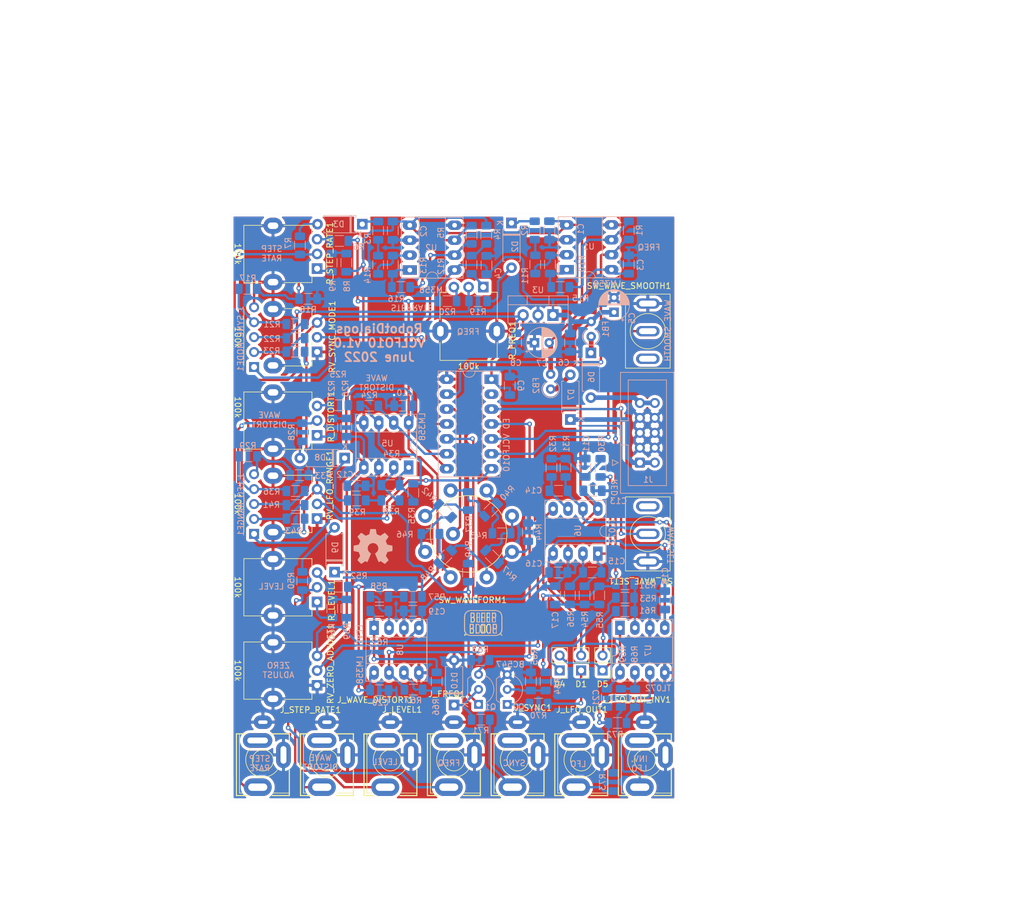
<source format=kicad_pcb>
(kicad_pcb (version 20211014) (generator pcbnew)
  (title_block (title "VCLFO10") (date "2022-06-29") (rev "1.0") (company "RobotDialogs"))
  (layers (0 "F.Cu" signal) (31 "B.Cu" signal) (34 "B.Paste" user) (35 "F.Paste" user) (36 "B.SilkS" user "B.Silkscreen") (37 "F.SilkS" user "F.Silkscreen") (38 "B.Mask" user) (39 "F.Mask" user) (44 "Edge.Cuts" user))
  (net 0 "")
  (net 1 "+12V")
  (net 2 "GND")
  (net 3 "-12V")
  (net 4 "+5V")
  (net 5 "-12VA")
  (net 6 "Net-(D2-Pad2)")
  (net 7 "Net-(D3-Pad1)")
  (net 8 "+12VA")
  (net 9 "Net-(D6-Pad1)")
  (net 10 "Net-(D1-Pad1)")
  (net 11 "Net-(C14-Pad1)")
  (net 12 "Net-(D7-Pad2)")
  (net 13 "Net-(D8-Pad1)")
  (net 14 "Net-(D8-Pad2)")
  (net 15 "Net-(D9-Pad1)")
  (net 16 "Net-(D9-Pad2)")
  (net 17 "/Outputs/TO_OUT")
  (net 18 "Net-(D10-Pad1)")
  (net 19 "Net-(C14-Pad2)")
  (net 20 "Net-(D4-Pad2)")
  (net 21 "Net-(C15-Pad1)")
  (net 22 "Net-(C15-Pad2)")
  (net 23 "Net-(C17-Pad1)")
  (net 24 "Net-(D2-Pad1)")
  (net 25 "Net-(C11-Pad1)")
  (net 26 "Net-(D3-Pad2)")
  (net 27 "Net-(R12-Pad2)")
  (net 28 "Net-(J_FREQ1-PadT)")
  (net 29 "Net-(J_LEVEL1-PadT)")
  (net 30 "Net-(R11-Pad2)")
  (net 31 "Net-(J_LFO_OUT1-PadT)")
  (net 32 "Net-(J_LFO_OUT_INV1-PadT)")
  (net 33 "Net-(J_LFO_RANGE1-Pad2)")
  (net 35 "Net-(J_LFO_RANGE1-Pad3)")
  (net 38 "Net-(J_LFO_RANGE1-Pad4)")
  (net 40 "Net-(J_LFO_RANGE1-Pad5)")
  (net 41 "Net-(J_STEP_RATE1-PadT)")
  (net 43 "Net-(R16-Pad1)")
  (net 44 "Net-(Q2-Pad1)")
  (net 45 "Net-(Q2-Pad2)")
  (net 46 "Net-(J_SYNC1-PadT)")
  (net 47 "Net-(J_SYNC_MODE1-Pad2)")
  (net 48 "Net-(R15-Pad1)")
  (net 49 "Net-(R14-Pad2)")
  (net 51 "Net-(J_SYNC_MODE1-Pad3)")
  (net 52 "Net-(R6-Pad2)")
  (net 53 "Net-(R9-Pad2)")
  (net 54 "Net-(J_SYNC_MODE1-Pad4)")
  (net 55 "Net-(J_SYNC_MODE1-Pad5)")
  (net 56 "Net-(R9-Pad1)")
  (net 57 "/Inputs/~{WAVE_SET}")
  (net 58 "/Inputs/~{WAVE_SMOOTH}")
  (net 60 "/Inputs/SYNC_IN")
  (net 61 "Net-(R10-Pad1)")
  (net 62 "Net-(R38-Pad2)")
  (net 63 "Net-(R11-Pad1)")
  (net 64 "Net-(R12-Pad1)")
  (net 65 "Net-(R13-Pad1)")
  (net 66 "Net-(R14-Pad1)")
  (net 67 "Net-(R20-Pad2)")
  (net 68 "Net-(R35-Pad1)")
  (net 69 "Net-(R25-Pad2)")
  (net 70 "Net-(R27-Pad2)")
  (net 71 "Net-(R27-Pad1)")
  (net 72 "Net-(R34-Pad1)")
  (net 73 "Net-(R38-Pad1)")
  (net 74 "Net-(R37-Pad1)")
  (net 75 "Net-(J_WAVE_DISTORT1-PadT)")
  (net 76 "Net-(R40-Pad1)")
  (net 77 "Net-(R46-Pad1)")
  (net 78 "Net-(R47-Pad1)")
  (net 79 "Net-(R45-Pad1)")
  (net 80 "Net-(R48-Pad1)")
  (net 81 "Net-(R58-Pad1)")
  (net 82 "Net-(R49-Pad1)")
  (net 83 "Net-(R60-Pad1)")
  (net 84 "Net-(R51-Pad1)")
  (net 85 "Net-(R62-Pad1)")
  (net 86 "Net-(R52-Pad2)")
  (net 87 "Net-(R58-Pad2)")
  (net 88 "/Inputs/FREQ_CV")
  (net 89 "/Inputs/LEVEL_CV")
  (net 90 "/Inputs/WAVE_DISTORT_CV")
  (net 91 "/Inputs/STEP_RATE_CV")
  (net 92 "/Inputs/LFO_RANGE")
  (net 93 "Net-(R37-Pad2)")
  (net 94 "Net-(D4-Pad1)")
  (net 95 "Net-(D5-Pad2)")
  (net 96 "Net-(R60-Pad2)")
  (net 97 "Net-(R66-Pad1)")
  (net 98 "Net-(R72-Pad2)")
  (net 99 "Net-(R68-Pad2)")
  (net 100 "/Inputs/SYNC_MODE_CV")
  (net 102 "/Inputs/WAVEFORM")
  (net 103 "Net-(RV_ZERO_ADJUST1-Pad2)")
  (footprint "My Stuff:Logo2" (layer "F.Cu") (at 143.45 119.65)
    (fp_text reference "LOGO2" hide)
    (fp_text value "logo1" hide)
  )
  (footprint "Connector_PinHeader_2.54mm:PinHeader_1x02_P2.54mm_Vertical" (layer "F.Cu") (at 156.4 127.73 180)
    (fp_text reference "D4")
    (fp_text value "LED")
  )
  (footprint "My Stuff:Jack_3.5mm_MJ-355W_and_PJ398SM_Vertical" (layer "F.Cu") (at 105.9 143 180)
    (fp_text reference "J_STEP_RATE1")
    (fp_text value "STEP_RATE")
  )
  (footprint "My Stuff:Jack_3.5mm_MJ-355W_and_PJ398SM_Vertical" (layer "F.Cu") (at 138.399999 143 180)
    (fp_text reference "J_FREQ1")
    (fp_text value "FREQ")
  )
  (footprint "My Stuff:Potentiometer_Alpha_RD901F-40-00D_Single_Vertical_w_3d" (layer "F.Cu") (at 107.625 99.4 180)
    (fp_text reference "RV_LFO_RANGE1")
    (fp_text value "100k")
  )
  (footprint "My Stuff:SPDT_Toggle" (layer "F.Cu") (at 171.4 70)
    (fp_text reference "SW_WAVE_SMOOTH1")
    (fp_text value "SW_SPST")
  )
  (footprint "My Stuff:Jack_3.5mm_MJ-355W_and_PJ398SM_Vertical" (layer "F.Cu") (at 127.6 143 180)
    (fp_text reference "J_LEVEL1")
    (fp_text value "LEVEL")
  )
  (footprint "My Stuff:SPDT_Toggle" (layer "F.Cu") (at 171.4 104.5 180)
    (fp_text reference "SW_WAVE_SET1")
    (fp_text value "SW_SPST")
  )
  (footprint "My Stuff:Logo1" (layer "F.Cu") (at 143.35 119.65)
    (fp_text reference "LOGO1" hide)
    (fp_text value "logo1" hide)
  )
  (footprint "Connector_PinHeader_2.54mm:PinHeader_1x02_P2.54mm_Vertical" (layer "F.Cu") (at 160.05 127.73 180)
    (fp_text reference "D1")
    (fp_text value "LED")
  )
  (footprint "My Stuff:Potentiometer_Alpha_RD901F-40-00D_Single_Vertical_w_3d" (layer "F.Cu") (at 107.625 113.58 180)
    (fp_text reference "R_LEVEL1")
    (fp_text value "100k")
  )
  (footprint "My Stuff:Potentiometer_Alpha_RD901F-40-00D_Single_Vertical_w_3d" (layer "F.Cu") (at 107.625 56.86 180)
    (fp_text reference "R_STEP_RATE1")
    (fp_text value "100k")
  )
  (footprint "My Stuff:Potentiometer_Alpha_RD901F-40-00D_Single_Vertical_w_3d" (layer "F.Cu") (at 107.625 127.76 180)
    (fp_text reference "RV_ZERO_ADJUST1")
    (fp_text value "100k")
  )
  (footprint "My Stuff:Jack_3.5mm_MJ-355W_and_PJ398SM_Vertical" (layer "F.Cu") (at 160.066665 143 180)
    (fp_text reference "J_LFO_OUT1")
    (fp_text value "LFO_OUT")
  )
  (footprint "My Stuff:Potentiometer_Alpha_RD901F-40-00D_Single_Vertical_w_3d" (layer "F.Cu") (at 107.625 85.22 180)
    (fp_text reference "R_DISTORT1")
    (fp_text value "100k")
  )
  (footprint "My Stuff:Jack_3.5mm_MJ-355W_and_PJ398SM_Vertical" (layer "F.Cu") (at 149.233332 143 180)
    (fp_text reference "J_SYNC1")
    (fp_text value "SYNC")
  )
  (footprint "My Stuff:Potentiometer_Alpha_RD901F-40-00D_Single_Vertical_w_3d" (layer "F.Cu") (at 140.9 70 -90)
    (fp_text reference "R_FREQ1")
    (fp_text value "100k")
  )
  (footprint "My Stuff:Potentiometer_Alpha_RD901F-40-00D_Single_Vertical_w_3d" (layer "F.Cu") (at 107.625 71.04 180)
    (fp_text reference "RV_SYNC_MODE1")
    (fp_text value "100k")
  )
  (footprint "My Stuff:Jack_3.5mm_MJ-355W_and_PJ398SM_Vertical" (layer "F.Cu") (at 170.9 143 180)
    (fp_text reference "J_LFO_OUT_INV1")
    (fp_text value "LFO_OUT_INV")
  )
  (footprint "Connector_PinHeader_2.54mm:PinHeader_1x02_P2.54mm_Vertical" (layer "F.Cu") (at 163.7 127.73 180)
    (fp_text reference "D5")
    (fp_text value "LED")
  )
  (footprint "My Stuff:8_position_rotary" (layer "F.Cu") (at 140.9 104.5)
    (fp_text reference "SW_WAVEFORM1")
    (fp_text value "SW_Rotary8")
  )
  (footprint "My Stuff:Jack_3.5mm_MJ-355W_and_PJ398SM_Vertical" (layer "F.Cu") (at 116.8 143 180)
    (fp_text reference "J_WAVE_DISTORT1")
    (fp_text value "WAVE_DISTORT")
  )
  (footprint "Package_DIP:DIP-14_W7.62mm_Socket_LongPads" (layer "B.Cu") (at 144.8 78.175 180)
    (fp_text reference "U4")
    (fp_text value "ED_VCLFO10")
  )
  (footprint "Resistor_SMD:R_1206_3216Metric_Pad1.30x1.75mm_HandSolder" (layer "B.Cu") (at 131.5 97.5 -90)
    (fp_text reference "R35")
    (fp_text value "100k")
  )
  (footprint "Package_DIP:DIP-8_W7.62mm_Socket_LongPads" (layer "B.Cu") (at 124.820001 120.5 -90)
    (fp_text reference "U8")
    (fp_text value "LM358")
  )
  (footprint "Resistor_SMD:R_1206_3216Metric_Pad1.30x1.75mm_HandSolder" (layer "B.Cu") (at 168.15 52.849999 90)
    (fp_text reference "R1")
    (fp_text value "100k")
  )
  (footprint "Resistor_SMD:R_1206_3216Metric_Pad1.30x1.75mm_HandSolder" (layer "B.Cu") (at 112.6 112.5 90)
    (fp_text reference "R50")
    (fp_text value "1k")
  )
  (footprint "Capacitor_SMD:C_1206_3216Metric_Pad1.33x1.80mm_HandSolder" (layer "B.Cu") (at 155.6375 114.95625 90)
    (fp_text reference "C17")
    (fp_text value "10nF")
  )
  (footprint "Resistor_SMD:R_1206_3216Metric_Pad1.30x1.75mm_HandSolder" (layer "B.Cu") (at 131.42 115.200001)
    (fp_text reference "R57")
    (fp_text value "100k")
  )
  (footprint "Capacitor_SMD:C_1206_3216Metric_Pad1.33x1.80mm_HandSolder" (layer "B.Cu") (at 129.8 82.7)
    (fp_text reference "C10")
    (fp_text value "10nF")
  )
  (footprint "Diode_THT:D_A-405_P7.62mm_Horizontal" (layer "B.Cu") (at 119.81 91.6 180)
    (fp_text reference "D8")
    (fp_text value "D")
  )
  (footprint "Resistor_SMD:R_1206_3216Metric_Pad1.30x1.75mm_HandSolder" (layer "B.Cu") (at 125.51 52.9 90)
    (fp_text reference "R3")
    (fp_text value "100k")
  )
  (footprint "Resistor_SMD:R_1206_3216Metric_Pad1.30x1.75mm_HandSolder" (layer "B.Cu") (at 158.1375 114.95625 90)
    (fp_text reference "R56")
    (fp_text value "47k")
  )
  (footprint "Resistor_SMD:R_1206_3216Metric_Pad1.30x1.75mm_HandSolder" (layer "B.Cu") (at 112.6 87.200001 -90)
    (fp_text reference "R28")
    (fp_text value "1k")
  )
  (footprint "Resistor_SMD:R_1206_3216Metric_Pad1.30x1.75mm_HandSolder" (layer "B.Cu") (at 120.1 58.35 -90)
    (fp_text reference "R8")
    (fp_text value "10k")
  )
  (footprint "Resistor_SMD:R_1206_3216Metric_Pad1.30x1.75mm_HandSolder" (layer "B.Cu") (at 117.6 58.35 90)
    (fp_text reference "R9")
    (fp_text value "100k")
  )
  (footprint "Diode_THT:D_A-405_P7.62mm_Horizontal" (layer "B.Cu") (at 118.1 111.01 90)
    (fp_text reference "D9")
    (fp_text value "D")
  )
  (footprint "Resistor_SMD:R_1206_3216Metric_Pad1.30x1.75mm_HandSolder" (layer "B.Cu") (at 151.5 129.6 90)
    (fp_text reference "R65")
    (fp_text value "10k")
  )
  (footprint "Resistor_SMD:R_1206_3216Metric_Pad1.30x1.75mm_HandSolder" (layer "B.Cu") (at 118.9 54.65 180)
    (fp_text reference "R6")
    (fp_text value "10k")
  )
  (footprint "Capacitor_SMD:C_1206_3216Metric_Pad1.33x1.80mm_HandSolder" (layer "B.Cu") (at 174.3 115.8 -90)
    (fp_text reference "C18")
    (fp_text value "10nF")
  )
  (footprint "Resistor_SMD:R_1206_3216Metric_Pad1.30x1.75mm_HandSolder" (layer "B.Cu") (at 160.6375 114.95625 90)
    (fp_text reference "R55")
    (fp_text value "12k")
  )
  (footprint "Capacitor_SMD:C_1206_3216Metric_Pad1.33x1.80mm_HandSolder" (layer "B.Cu") (at 147.9 79.3 -90)
    (fp_text reference "C9")
    (fp_text value "100nF")
  )
  (footprint "Resistor_SMD:R_1206_3216Metric_Pad1.30x1.75mm_HandSolder" (layer "B.Cu") (at 117.7 86.4 90)
    (fp_text reference "R27")
    (fp_text value "100k")
  )
  (footprint "Diode_THT:D_A-405_P7.62mm_Horizontal" (layer "B.Cu") (at 138.435 133.62 90)
    (fp_text reference "D10")
    (fp_text value "D")
  )
  (footprint "Resistor_SMD:R_1206_3216Metric_Pad1.30x1.75mm_HandSolder" (layer "B.Cu") (at 111.45 73.5)
    (fp_text reference "R23")
    (fp_text value "4.7k")
  )
  (footprint "Capacitor_SMD:C_1206_3216Metric_Pad1.33x1.80mm_HandSolder" (layer "B.Cu") (at 154.65 52.85 -90)
    (fp_text reference "C1")
    (fp_text value "10nF")
  )
  (footprint "Resistor_SMD:R_1206_3216Metric_Pad1.30x1.75mm_HandSolder" (layer "B.Cu") (at 141.4 58.7 90)
    (fp_text reference "R12")
    (fp_text value "100k")
  )
  (footprint "Resistor_SMD:R_1206_3216Metric_Pad1.30x1.75mm_HandSolder" (layer "B.Cu") (at 111.45 68.8)
    (fp_text reference "R21")
    (fp_text value "10k")
  )
  (footprint "Resistor_SMD:R_1206_3216Metric_Pad1.30x1.75mm_HandSolder" (layer "B.Cu") (at 111.45 99.6)
    (fp_text reference "R41")
    (fp_text value "10k")
  )
  (footprint "Resistor_SMD:R_1206_3216Metric_Pad1.30x1.75mm_HandSolder" (layer "B.Cu") (at 142.96 136.11)
    (fp_text reference "R71")
    (fp_text value "10k")
  )
  (footprint "Diode_THT:D_A-405_P7.62mm_Horizontal" (layer "B.Cu") (at 148.2 51.59 -90)
    (fp_text reference "D2")
    (fp_text value "D")
  )
  (footprint "Resistor_SMD:R_1206_3216Metric_Pad1.30x1.75mm_HandSolder" (layer "B.Cu") (at 167.51 115.355001)
    (fp_text reference "R53")
    (fp_text value "1k")
  )
  (footprint "Package_DIP:DIP-8_W7.62mm_Socket_LongPads" (layer "B.Cu") (at 157.6 59.54)
    (fp_text reference "U1")
    (fp_text value "LM358")
  )
  (footprint "Resistor_SMD:R_1206_3216Metric_Pad1.30x1.75mm_HandSolder" (layer "B.Cu") (at 146.5 104.4 180)
    (fp_text reference "R45")
    (fp_text value "10k")
  )
  (footprint "Resistor_SMD:R_1206_3216Metric_Pad1.30x1.75mm_HandSolder" (layer "B.Cu") (at 117.7 117.2 90)
    (fp_text reference "R60")
    (fp_text value "100k")
  )
  (footprint "Resistor_SMD:R_1206_3216Metric_Pad1.30x1.75mm_HandSolder" (layer "B.Cu") (at 163.137498 114.956251 -90)
    (fp_text reference "R54")
    (fp_text value "12k")
  )
  (footprint "Resistor_SMD:R_1206_3216Metric_Pad1.30x1.75mm_HandSolder" (layer "B.Cu") (at 103.35 62.8 180)
    (fp_text reference "R17")
    (fp_text value "10k")
  )
  (footprint "Resistor_SMD:R_1206_3216Metric_Pad1.30x1.75mm_HandSolder" (layer "B.Cu") (at 142.885 125.959999 180)
    (fp_text reference "R63")
    (fp_text value "10k")
  )
  (footprint "Resistor_SMD:R_1206_3216Metric_Pad1.30x1.75mm_HandSolder" (layer "B.Cu") (at 112.1 94.5)
    (fp_text reference "R33")
    (fp_text value "4.7k")
  )
  (footprint "Resistor_SMD:R_1206_3216Metric_Pad1.30x1.75mm_HandSolder" (layer "B.Cu") (at 134.4 104.5)
    (fp_text reference "R46")
    (fp_text value "10k")
  )
  (footprint "Resistor_SMD:R_1206_3216Metric_Pad1.30x1.75mm_HandSolder" (layer "B.Cu") (at 140.8 98.9 -90)
    (fp_text reference "R37")
    (fp_text value "10k")
  )
  (footprint "Diode_THT:D_A-405_P7.62mm_Horizontal" (layer "B.Cu") (at 122.81 51.8 180)
    (fp_text reference "D3")
    (fp_text value "D")
  )
  (footprint "Resistor_SMD:R_1206_3216Metric_Pad1.30x1.75mm_HandSolder" (layer "B.Cu") (at 131.52 131)
    (fp_text reference "R67")
    (fp_text value "100k")
  )
  (footprint "Capacitor_SMD:C_1206_3216Metric_Pad1.33x1.80mm_HandSolder" (layer "B.Cu") (at 161.9375 111.056249 180)
    (fp_text reference "C15")
    (fp_text value "2.2nF")
  )
  (footprint "Package_DIP:DIP-8_W7.62mm_Socket_LongPads" (layer "B.Cu") (at 162.9 107.85625 90)
    (fp_text reference "U6")
    (fp_text value "TL072")
  )
  (footprint "Package_TO_SOT_THT:TO-92_Inline_Wide" (layer "B.Cu") (at 147.48 133.515 90)
    (fp_text reference "Q2")
    (fp_text value "BC547")
  )
  (footprint "Resistor_SMD:R_1206_3216Metric_Pad1.30x1.75mm_HandSolder" (layer "B.Cu") (at 140.8 111.1 -90)
    (fp_text reference "R49")
    (fp_text value "4.7k")
  )
  (footprint "Resistor_SMD:R_1206_3216Metric_Pad1.30x1.75mm_HandSolder" (layer "B.Cu") (at 135.47 129.599999 90)
    (fp_text reference "R66")
    (fp_text value "100k")
  )
  (footprint "Resistor_SMD:R_1206_3216Metric_Pad1.30x1.75mm_HandSolder" (layer "B.Cu") (at 169.2325 132.4525 90)
    (fp_text reference "R68")
    (fp_text value "100k")
  )
  (footprint "Resistor_SMD:R_1206_3216Metric_Pad1.30x1.75mm_HandSolder" (layer "B.Cu") (at 125.72 117.6)
    (fp_text reference "R62")
    (fp_text value "100k")
  )
  (footprint "Resistor_SMD:R_1206_3216Metric_Pad1.30x1.75mm_HandSolder" (layer "B.Cu") (at 118.9 82.6 180)
    (fp_text reference "R25")
    (fp_text value "10k")
  )
  (footprint "Capacitor_SMD:C_1206_3216Metric_Pad1.33x1.80mm_HandSolder" (layer "B.Cu") (at 168.15 58.65 -90)
    (fp_text reference "C3")
    (fp_text value "10nF")
  )
  (footprint "Capacitor_SMD:C_1206_3216Metric_Pad1.33x1.80mm_HandSolder" (layer "B.Cu") (at 121.8 96.299999)
    (fp_text reference "C12")
    (fp_text value "10nF")
  )
  (footprint "Resistor_SMD:R_1206_3216Metric_Pad1.30x1.75mm_HandSolder" (layer "B.Cu") (at 166.23 136.66)
    (fp_text reference "R72")
    (fp_text value "100k")
  )
  (footprint "Resistor_SMD:R_1206_3216Metric_Pad1.30x1.75mm_HandSolder" (layer "B.Cu") (at 152.8 133.4 180)
    (fp_text reference "R70")
    (fp_text value "10k")
  )
  (footprint "My Stuff:PinSocket_1x05_P2.54mm_Horizontal_no_silkscreen" (layer "B.Cu") (at 104.4 104.5)
    (fp_text reference "J_LFO_RANGE1")
    (fp_text value "Conn_01x05")
  )
  (footprint "Resistor_SMD:R_1206_3216Metric_Pad1.30x1.75mm_HandSolder" (layer "B.Cu") (at 156.5 62.5 180)
    (fp_text reference "R15")
    (fp_text value "100k")
  )
  (footprint "Resistor_SMD:R_1206_3216Metric_Pad1.30x1.75mm_HandSolder" (layer "B.Cu") (at 142.5 64.9)
    (fp_text reference "R19")
    (fp_text value "1k")
  )
  (footprint "Resistor_SMD:R_1206_3216Metric_Pad1.30x1.75mm_HandSolder" (layer "B.Cu") (at 111.45 97.200001)
    (fp_text reference "R36")
    (fp_text value "10k")
  )
  (footprint "Connector_IDC:IDC-Header_2x05_P2.54mm_Vertical" (layer "B.Cu") (at 170.0475 92.38)
    (fp_text reference "J1")
    (fp_text value "Conn_02x05_Odd_Even")
  )
  (footprint "Resistor_SMD:R_1206_3216Metric_Pad1.30x1.75mm_HandSolder" (layer "B.Cu") (at 136.9 108.4 45)
    (fp_text reference "R48")
    (fp_text value "10k")
  )
  (footprint "Diode_THT:D_A-405_P7.62mm_Horizontal" (layer "B.Cu") (at 161.71 73.69 -90)
    (fp_text reference "D6")
    (fp_text value "D")
  )
  (footprint "Capacitor_SMD:C_1206_3216Metric_Pad1.33x1.80mm_HandSolder" (layer "B.Cu") (at 143.95 58.75 -90)
    (fp_text reference "C4")
    (fp_text value "10nF")
  )
  (footprint "Diode_THT:D_A-405_P7.62mm_Horizontal" (layer "B.Cu") (at 158.22 85.04 90)
    (fp_text reference "D7")
    (fp_text value "D")
  )
  (footprint "Package_DIP:DIP-8_W7.62mm_Socket_LongPads" (layer "B.Cu") (at 166.66 120.48 -90)
    (fp_text reference "U7")
    (fp_text value "TL072")
  )
  (footprint "Package_TO_SOT_THT:TO-220-3_Vertical" (layer "B.Cu") (at 155.26 67.265 180)
    (fp_text reference "U3")
    (fp_text value "LM7805_TO220")
  )
  (footprint "Resistor_SMD:R_1206_3216Metric_Pad1.30x1.75mm_HandSolder" (layer "B.Cu") (at 154.75 58.65 90)
    (fp_text reference "R10")
    (fp_text value "100k")
  )
  (footprint "Package_DIP:DIP-8_W7.62mm_Socket_LongPads" (layer "B.Cu") (at 130.7 93.2 90)
    (fp_text reference "U5")
    (fp_text value "LM358")
  )
  (footprint "Capacitor_SMD:C_1206_3216Metric_Pad1.33x1.80mm_HandSolder" (layer "B.Cu") (at 148.97 71.91 -90)
    (fp_text reference "C8")
    (fp_text value "100nF")
  )
  (footprint "Resistor_SMD:R_1206_3216Metric_Pad1.30x1.75mm_HandSolder" (layer "B.Cu") (at 111.45 101.899999)
    (fp_text reference "R43")
    (fp_text value "4.7k")
  )
  (footprint "Resistor_SMD:R_1206_3216Metric_Pad1.30x1.75mm_HandSolder" (layer "B.Cu") (at 165.52 146.71 -90)
    (fp_text reference "R73")
    (fp_text value "1k")
  )
  (footprint "Resistor_SMD:R_1206_3216Metric_Pad1.30x1.75mm_HandSolder" (layer "B.Cu") (at 118.8 113.5 180)
    (fp_text reference "R52")
    (fp_text value "10k")
  )
  (footprint "Resistor_SMD:R_1206_3216Metric_Pad1.30x1.75mm_HandSolder" (layer "B.Cu") (at 120.1 86.4 -90)
    (fp_text reference "R26")
    (fp_text value "10k")
  )
  (footprint "Resistor_SMD:R_1206_3216Metric_Pad1.30x1.75mm_HandSolder" (layer "B.Cu") (at 154 129.6 90)
    (fp_text reference "R64")
    (fp_text value "2k")
  )
  (footprint "Package_DIP:DIP-8_W7.62mm_Socket_LongPads" (layer "B.Cu") (at 130.9 59.6)
    (fp_text reference "U2")
    (fp_text value "LM358")
  )
  (footprint "Resistor_SMD:R_1206_3216Metric_Pad1.30x1.75mm_HandSolder" (layer "B.Cu") (at 113.6 64.5)
    (fp_text reference "R18")
    (fp_text value "4.7k")
  )
  (footprint "Resistor_SMD:R_1206_3216Metric_Pad1.30x1.75mm_HandSolder" (layer "B.Cu") (at 144.7 100.4 -135)
    (fp_text reference "R40")
    (fp_text value "10k")
  )
  (footprint "Resistor_SMD:R_1206_3216Metric_Pad1.30x1.75mm_HandSolder" (layer "B.Cu") (at 151 104.2 90)
    (fp_text reference "R44")
    (fp_text value "4.7k")
  )
  (footprint "Resistor_SMD:R_1206_3216Metric_Pad1.30x1.75mm_HandSolder" (layer "B.Cu") (at 141.41 53.599999 90)
    (fp_text reference "R5")
    (fp_text value "100k")
  )
  (footprint "Resistor_SMD:R_1206_3216Metric_Pad1.30x1.75mm_HandSolder" (layer "B.Cu") (at 120.1 117.2 -90)
    (fp_text reference "R59")
    (fp_text value "10k")
  )
  (footprint "Resistor_SMD:R_1206_3216Metric_Pad1.30x1.75mm_HandSolder" (layer "B.Cu") (at 125.51 58.7 90)
    (fp_text reference "R14")
    (fp_text value "100k")
  )
  (footprint "Resistor_SMD:R_1206_3216Metric_Pad1.30x1.75mm_HandSolder" (layer "B.Cu") (at 157.4 93.25625 -90)
    (fp_text reference "R31")
    (fp_text value "20k")
  )
  (footprint "Capacitor_THT:CP_Radial_D5.0mm_P2.50mm" (layer "B.Cu") (at 165.65 66.79 90)
    (fp_text reference "C5")
    (fp_text value "100uF")
  )
  (footprint "Resistor_SMD:R_1206_3216Metric_Pad1.30x1.75mm_HandSolder" (layer "B.Cu") (at 111.45 71.2)
    (fp_text reference "R22")
    (fp_text value "10k")
  )
  (footprint "Resistor_SMD:R_1206_3216Metric_Pad1.30x1.75mm_HandSolder" (layer "B.Cu") (at 125.72 115.2)
    (fp_text reference "R58")
    (fp_text value "100k")
  )
  (footprint "Resistor_SMD:R_1206_3216Metric_Pad1.30x1.75mm_HandSolder" (layer "B.Cu") (at 129.410001 62.5 180)
    (fp_text reference "R16")
    (fp_text value "100k")
  )
  (footprint "Capacitor_SMD:C_1206_3216Metric_Pad1.33x1.80mm_HandSolder" (layer "B.Cu") (at 128.01 52.9 -90)
    (fp_text reference "C2")
    (fp_text value "10nF")
  )
  (footprint "Resistor_SMD:R_1206_3216Metric_Pad1.30x1.75mm_HandSolder" (layer "B.Cu") (at 167.51 113.055 180)
    (fp_text reference "R51")
    (fp_text value "10k")
  )
  (footprint "Resistor_SMD:R_1206_3216Metric_Pad1.30x1.75mm_HandSolder" (layer "B.Cu") (at 163.359999 93.25625 90)
    (fp_text reference "R30")
    (fp_text value "10k")
  )
  (footprint "Resistor_SMD:R_1206_3216Metric_Pad1.30x1.75mm_HandSolder" (layer "B.Cu") (at 128.01 58.7 90)
    (fp_text reference "R13")
    (fp_text value "100k")
  )
  (footprint "Capacitor_SMD:C_1206_3216Metric_Pad1.33x1.80mm_HandSolder" (layer "B.Cu") (at 131.42 117.600001 180)
    (fp_text reference "C19")
    (fp_text value "10nF")
  )
  (footprint "Capacitor_SMD:C_1206_3216Metric_Pad1.33x1.80mm_HandSolder" (layer "B.Cu") (at 156.199999 97.15625 180)
    (fp_text reference "C14")
    (fp_text value "2.2nF")
  )
  (footprint "Resistor_SMD:R_1206_3216Metric_Pad1.30x1.75mm_HandSolder" (layer "B.Cu") (at 143.9 53.6 90)
    (fp_text reference "R4")
    (fp_text value "10k")
  )
  (footprint "Capacitor_SMD:C_1206_3216Metric_Pad1.33x1.80mm_HandSolder" (layer "B.Cu") (at 160.76 93.236249 90)
    (fp_text reference "C11")
    (fp_text value "10nF")
  )
  (footprint "Capacitor_SMD:C_1206_3216Metric_Pad1.33x1.80mm_HandSolder" (layer "B.Cu") (at 161.999999 97.15625)
    (fp_text reference "C13")
    (fp_text value "10nF")
  )
  (footprint "Resistor_SMD:R_1206_3216Metric_Pad1.30x1.75mm_HandSolder" (layer "B.Cu") (at 167.51 117.655)
    (fp_text reference "R61")
    (fp_text value "1k")
  )
  (footprint "Resistor_SMD:R_1206_3216Metric_Pad1.30x1.75mm_HandSolder" (layer "B.Cu") (at 144.9 108.4 135)
    (fp_text reference "R47")
    (fp_text value "10k")
  )
  (footprint "Resistor_SMD:R_1206_3216Metric_Pad1.30x1.75mm_HandSolder" (layer "B.Cu") (at 136.9 100.6 -45)
    (fp_text reference "R42")
    (fp_text value "10k")
  )
  (footprint "Capacitor_SMD:C_1206_3216Metric_Pad1.33x1.80mm_HandSolder" (layer "B.Cu") (at 164.44 132.4 -90)
    (fp_text reference "C21")
    (fp_text value "10nF")
  )
  (footprint "Symbol:OSHW-Symbol_6.7x6mm_SilkScreen" (layer "B.Cu") (at 124.65 106.65 180)
    (fp_text reference "LOGO3" hide)
    (fp_text value "Logo_Open_Hardware_Small" hide)
  )
  (footprint "Resistor_SMD:R_1206_3216Metric_Pad1.30x1.75mm_HandSolder" (layer "B.Cu") (at 154.999999 93.25625 -90)
    (fp_text reference "R32")
    (fp_text value "24k")
  )
  (footprint "Capacitor_SMD:C_1206_3216Metric_Pad1.33x1.80mm_HandSolder" (layer "B.Cu") (at 156.1375 111.05625 180)
    (fp_text reference "C16")
    (fp_text value "10nF")
  )
  (footprint "Resistor_SMD:R_1206_3216Metric_Pad1.30x1.75mm_HandSolder" (layer "B.Cu") (at 112.2 55.4 90)
    (fp_text reference "R7")
    (fp_text value "1k")
  )
  (footprint "My Stuff:PinSocket_1x05_P2.54mm_Horizontal_no_silkscreen" (layer "B.Cu") (at 104.4 76.1)
    (fp_text reference "J_SYNC_MODE1")
    (fp_text value "Conn_01x05")
  )
  (footprint "Resistor_SMD:R_1206_3216Metric_Pad1.30x1.75mm_HandSolder" (layer "B.Cu") (at 166.8325 132.3975 -90)
    (fp_text reference "R69")
    (fp_text value "1k")
  )
  (footprint "Capacitor_THT:CP_Radial_D5.0mm_P2.50mm" (layer "B.Cu") (at 152.114888 71.97)
    (fp_text reference "C7")
    (fp_text value "100uF")
  )
  (footprint "Resistor_SMD:R_1206_3216Metric_Pad1.30x1.75mm_HandSolder" (layer "B.Cu") (at 127.6 96.199999 180)
    (fp_text reference "R34")
    (fp_text value "100k")
  )
  (footprint "Inductor_THT:L_Axial_L6.6mm_D2.7mm_P2.54mm_Vertical_Vishay_IM-2" (layer "B.Cu") (at 154.86 79.865 90)
    (fp_text reference "FB2")
    (fp_text value "FerriteBead")
  )
  (footprint "Resistor_SMD:R_1206_3216Metric_Pad1.30x1.75mm_HandSolder" (layer "B.Cu") (at 103.35 91.3 180)
    (fp_text reference "R29")
    (fp_text value "10k")
  )
  (footprint "Resistor_SMD:R_1206_3216Metric_Pad1.30x1.75mm_HandSolder" (layer "B.Cu") (at 152.25 58.65 90)
    (fp_text reference "R11")
    (fp_text value "100k")
  )
  (footprint "Resistor_SMD:R_1206_3216Metric_Pad1.30x1.75mm_HandSolder" (layer "B.Cu") (at 124 82.7 180)
    (fp_text reference "R24")
    (fp_text value "100k")
  )
  (footprint "Resistor_SMD:R_1206_3216Metric_Pad1.30x1.75mm_HandSolder" (layer "B.Cu") (at 121.849999 98.799999 180)
    (fp_text reference "R39")
    (fp_text value "100k")
  )
  (footprint "Resistor_SMD:R_1206_3216Metric_Pad1.30x1.75mm_HandSolder" (layer "B.Cu") (at 127.6 98.8 180)
    (fp_text reference "R38")
    (fp_text value "100k")
  )
  (footprint "Resistor_SMD:R_1206_3216Metric_Pad1.30x1.75mm_HandSolder" (layer "B.Cu") (at 137.3 64.9)
    (fp_text reference "R20")
    (fp_text value "10k")
  )
  (footprint "Package_TO_SOT_THT:TO-92_Inline_Wide" (layer "B.Cu") (at 142.6 133.5 90)
    (fp_text reference "Q1")
    (fp_text value "BC547")
  )
  (footprint "Resistor_SMD:R_1206_3216Metric_Pad1.30x1.75mm_HandSolder" (layer "B.Cu") (at 152.15 52.85 90)
    (fp_text reference "R2")
    (fp_text value "100k")
  )
  (footprint "Inductor_THT:L_Axial_L6.6mm_D2.7mm_P2.54mm_Vertical_Vishay_IM-2" (layer "B.Cu") (at 161.76 70.915 90)
    (fp_text reference "FB1")
    (fp_text value "FerriteBead")
  )
  (footprint "Capacitor_SMD:C_1206_3216Metric_Pad1.33x1.80mm_HandSolder" (layer "B.Cu") (at 158.17 71.95 -90)
    (fp_text reference "C6")
    (fp_text value "220nF")
  )
  (footprint "Capacitor_SMD:C_1206_3216Metric_Pad1.33x1.80mm_HandSolder" (layer "B.Cu") (at 125.72 131.1 180)
    (fp_text reference "C20")
    (fp_text value "10nF")
  )
  (gr_rect locked (start 100.4 50) (end 176.4 150) (layer "Edge.Cuts") (width 0.01) (fill none))
  (gr_text "LEVEL" (at 122.4 122.05 90) (layer "B.SilkS") (effects (font (size 1 1)) (justify mirror)))
  (gr_text "WAVESET" (at 175.3 106.35 90) (layer "B.SilkS") (effects (font (size 1 1)) (justify mirror)))
  (gr_text "LM358" (at 122.4 127.65 90) (layer "B.SilkS") (effects (font (size 1 1)) (justify mirror)))
  (gr_text "LEVEL" (at 126.7 143.3) (layer "B.SilkS") (effects (font (size 1 1)) (justify mirror)))
  (gr_text "WAVE SMOOTH" (at 174.8 69.9 90) (layer "B.SilkS") (effects (font (size 1 1)) (justify mirror)))
  (gr_text "INV.\nLFO" (at 169.95 143.6) (layer "B.SilkS") (effects (font (size 1 1)) (justify mirror)))
  (gr_text "RED" (at 165.75 96.6 90) (layer "B.SilkS") (effects (font (size 1 1)) (justify mirror)))
  (gr_text "LM358" (at 134.9 63) (layer "B.SilkS") (effects (font (size 1 1)) (justify mirror)))
  (gr_text "STEPRATE" (at 131.25 66 180) (layer "B.SilkS") (effects (font (size 1 1)) (justify mirror)))
  (gr_text "TL072" (at 173.15 130.75) (layer "B.SilkS") (effects (font (size 1 1)) (justify mirror)))
  (gr_text "LM358" (at 133 86.25 90) (layer "B.SilkS") (effects (font (size 1 1)) (justify mirror)))
  (gr_text "LEVEL" (at 107.35 113.45) (layer "B.SilkS") (effects (font (size 1 1)) (justify mirror)))
  (gr_text "WAVE\nDISTORT" (at 125.25 78.8) (layer "B.SilkS") (effects (font (size 1 1)) (justify mirror)))
  (gr_text "STEP\nRATE" (at 107.4 56.8) (layer "B.SilkS") (effects (font (size 1 1)) (justify mirror)))
  (gr_text "LFO" (at 159.55 143.65) (layer "B.SilkS") (effects (font (size 1 1)) (justify mirror)))
  (gr_text "TL072" (at 165.35 104.05 90) (layer "B.SilkS") (effects (font (size 1 1)) (justify mirror)))
  (gr_text "SYNC" (at 148.65 143.5) (layer "B.SilkS") (effects (font (size 1 1)) (justify mirror)))
  (gr_text "WAVE\nDISTORT" (at 115.7 143.4) (layer "B.SilkS") (effects (font (size 1 1)) (justify mirror)))
  (gr_text "ED VCLFO10" (at 147.35 89.35 90) (layer "B.SilkS") (effects (font (size 1 1)) (justify mirror)))
  (gr_text "FREQ" (at 140.85 70.1) (layer "B.SilkS") (effects (font (size 1 1)) (justify mirror)))
  (gr_text "RobotDialogs\nVCLFO10 v1.0\nJune 2022" (at 125.7 72) (layer "B.SilkS") (effects (font (size 1.5 1.5) (thickness 0.3)) (justify mirror)))
  (gr_text "LM358" (at 164.5 61.95) (layer "B.SilkS") (effects (font (size 1 1)) (justify mirror)))
  (gr_text "WAVE\nDISTORT" (at 107 85.1) (layer "B.SilkS") (effects (font (size 1 1)) (justify mirror)))
  (gr_text "FREQ" (at 137.55 143.5) (layer "B.SilkS") (effects (font (size 1 1)) (justify mirror)))
  (gr_text "BC547" (at 148 126.7) (layer "B.SilkS") (effects (font (size 1 1)) (justify mirror)))
  (gr_text "ZERO\nADJUST\n" (at 108.55 127.7) (layer "B.SilkS") (effects (font (size 1 1)) (justify mirror)))
  (gr_text "FREQ" (at 171.6 55.75) (layer "B.SilkS") (effects (font (size 1 1)) (justify mirror)))
  (gr_text "STEP\nRATE" (at 105.35 143.55) (layer "B.SilkS") (effects (font (size 1 1)) (justify mirror)))
  (segment (start 130.7 89.99) (end 132.14 91.43) (width 0.4) (layer "F.Cu") (net 1))
  (segment (start 162.9 100.23625) (end 158.81625 104.32) (width 0.4) (layer "F.Cu") (net 1))
  (segment (start 130.7 85.58) (end 130.7 89.99) (width 0.4) (layer "F.Cu") (net 1))
  (segment (start 132.14 91.43) (end 132.62 91.43) (width 0.4) (layer "F.Cu") (net 1))
  (segment (start 159.94 70.195) (end 159.94 97.27625) (width 0.4) (layer "F.Cu") (net 1))
  (segment (start 132.62 91.43) (end 135.62 94.43) (width 0.4) (layer "F.Cu") (net 1))
  (segment (start 122.2 113.5) (end 122.2 131.1) (width 0.4) (layer "F.Cu") (net 1))
  (segment (start 161.76 68.375) (end 159.94 70.195) (width 0.4) (layer "F.Cu") (net 1))
  (segment (start 153.62 105.49) (end 153.62 112.87) (width 0.4) (layer "F.Cu") (net 1))
  (segment (start 133.14 113.5) (end 122.2 113.5) (width 0.4) (layer "F.Cu") (net 1))
  (segment (start 122 54.5) (end 122 64.8) (width 0.4) (layer "F.Cu") (net 1))
  (segment (start 135.62 111.02) (end 133.14 113.5) (width 0.4) (layer "F.Cu") (net 1))
  (segment (start 130.7 64.93) (end 130.67 64.9) (width 0.4) (layer "F.Cu") (net 1))
  (segment (start 154.79 104.32) (end 153.62 105.49) (width 0.4) (layer "F.Cu") (net 1))
  (segment (start 159.94 97.27625) (end 162.9 100.23625) (width 0.4) (layer "F.Cu") (net 1))
  (segment (start 160.05 119.3) (end 160.05 125.19) (width 0.4) (layer "F.Cu") (net 1))
  (segment (start 135.62 94.43) (end 135.62 111.02) (width 0.4) (layer "F.Cu") (net 1))
  (segment (start 153.62 112.87) (end 160.05 119.3) (width 0.4) (layer "F.Cu") (net 1))
  (segment (start 158.81625 104.32) (end 154.79 104.32) (width 0.4) (layer "F.Cu") (net 1))
  (segment (start 122 64.8) (end 122.1 64.9) (width 0.4) (layer "F.Cu") (net 1))
  (segment (start 130.7 85.58) (end 130.7 64.93) (width 0.4) (layer "F.Cu") (net 1))
  (via (at 122.2 113.5) (size 0.8) (drill 0.4) (layers "F.Cu" "B.Cu") (net 1))
  (via (at 122 54.5) (size 0.8) (drill 0.4) (layers "F.Cu" "B.Cu") (net 1))
  (via (at 122.1 64.9) (size 0.8) (drill 0.4) (layers "F.Cu" "B.Cu") (net 1))
  (via (at 130.67 64.9) (size 0.8) (drill 0.4) (layers "F.Cu" "B.Cu") (net 1))
  (via (at 122.2 131.1) (size 0.8) (drill 0.4) (layers "F.Cu" "B.Cu") (net 1))
  (segment (start 122.1 64.9) (end 130.67 64.9) (width 0.4) (layer "B.Cu") (net 1))
  (segment (start 163.345 66.79) (end 161.76 68.375) (width 0.8) (layer "B.Cu") (net 1))
  (segment (start 157.625 67.265) (end 158.17 67.81) (width 0.8) (layer "B.Cu") (net 1))
  (segment (start 124.1575 128.7825) (end 124.82 128.12) (width 0.4) (layer "B.Cu") (net 1))
  (segment (start 160.05 125.19) (end 160.05 123.65) (width 0.4) (layer "B.Cu") (net 1))
  (segment (start 151.7 64.6) (end 150.2 63.1) (width 0.4) (layer "B.Cu") (net 1))
  (segment (start 120.34 80.99) (end 121.52 79.81) (width 0.4) (layer "B.Cu") (net 1))
  (segment (start 150.2 57.9) (end 149.7 57.4) (width 0.4) (layer "B.Cu") (net 1))
  (segment (start 144.1875 60.3125) (end 143.95 60.3125) (width 0.4) (layer "B.Cu") (net 1))
  (segment (start 160.05 123.65) (end 160.5 123.2) (width 0.4) (layer "B.Cu") (net 1))
  (segment (start 168.15 60.2125) (end 165.8925 60.2125) (width 0.4) (layer "B.Cu") (net 1))
  (segment (start 161.2 60.9) (end 161.2 63.2) (width 0.4) (layer "B.Cu") (net 1))
  (segment (start 162.9 99.61875) (end 160.4375 97.15625) (width 0.4) (layer "B.Cu") (net 1))
  (segment (start 155.26 64.6) (end 159.8 64.6) (width 0.4) (layer "B.Cu") (net 1))
  (segment (start 150.2 63.1) (end 150.2 57.9) (width 0.4) (layer "B.Cu") (net 1))
  (segment (start 166 123.2) (end 166.66 123.86) (width 0.4) (layer "B.Cu") (net 1))
  (segment (start 165.22 59.54) (end 162.56 59.54) (width 0.4) (layer "B.Cu") (net 1))
  (segment (start 147.1 57.4) (end 144.1875 60.3125) (width 0.4) (layer "B.Cu") (net 1))
  (segment (start 120.34 82.49) (end 120.34 80.99) (width 0.4) (layer "B.Cu") (net 1))
  (segment (start 155.26 64.6) (end 151.7 64.6) (width 0.4) (layer "B.Cu") (net 1))
  (segment (start 165.8925 60.2125) (end 165.22 59.54) (width 0.4) (layer "B.Cu") (net 1))
  (segment (start 130.21 79.81) (end 131.3625 80.9625) (width 0.4) (layer "B.Cu") (net 1))
  (segment (start 166.66 123.86) (end 166.66 128.1) (width 0.4) (layer "B.Cu") (net 1))
  (segment (start 158.17 68.39) (end 158.17 70.3875) (width 0.8) (layer "B.Cu") (net 1))
  (segment (start 160.5 123.2) (end 166 123.2) (width 0.4) (layer "B.Cu") (net 1))
  (segment (start 155.26 67.265) (end 155.26 64.6) (width 0.4) (layer "B.Cu") (net 1))
  (segment (start 122.2 131.1) (end 124.1575 131.1) (width 0.4) (layer "B.Cu") (net 1))
  (segment (start 158.185 68.375) (end 158.17 68.39) (width 0.8) (layer "B.Cu") (net 1))
  (segment (start 166.66 128.1) (end 166.66 128.6175) (width 0.4) (layer "B.Cu") (net 1))
  (segment (start 143.95 60.3125) (end 143.95 59.1) (width 0.4) (layer "B.Cu") (net 1))
  (segment (start 135.75 62.37) (end 138.52 59.6) (width 0.4) (layer "B.Cu") (net 1))
  (segment (start 165.65 66.79) (end 163.345 66.79) (width 0.8) (layer "B.Cu") (net 1))
  (segment (start 161.2 63.2) (end 159.8 64.6) (width 0.4) (layer "B.Cu") (net 1))
  (segment (start 139.37 58.75) (end 138.52 59.6) (width 0.4) (layer "B.Cu") (net 1))
  (segment (start 130.67 64.9) (end 135.75 64.9) (width 0.4) (layer "B.Cu") (net 1))
  (segment (start 121.52 79.81) (end 130.21 79.81) (width 0.4) (layer "B.Cu") (net 1))
  (segment (start 166.66 128.6175) (end 164.44 130.8375) (width 0.4) (layer "B.Cu") (net 1))
  (segment (start 120.45 82.6) (end 120.34 82.49) (width 0.4) (layer "B.Cu") (net 1))
  (segment (start 124.1575 131.1) (end 124.1575 128.7825) (width 0.4) (layer "B.Cu") (net 1))
  (segment (start 158.17 67.81) (end 158.17 68.39) (width 0.8) (layer "B.Cu") (net 1))
  (segment (start 131.3625 82.7) (end 131.3625 84.9175) (width 0.4) (layer "B.Cu") (net 1))
  (segment (start 162.56 59.54) (end 161.2 60.9) (width 0.4) (layer "B.Cu") (net 1))
  (segment (start 135.75 64.9) (end 135.75 62.37) (width 0.4) (layer "B.Cu") (net 1))
  (segment (start 155.26 67.265) (end 157.625 67.265) (width 0.8) (layer "B.Cu") (net 1))
  (segment (start 149.7 57.4) (end 147.1 57.4) (width 0.4) (layer "B.Cu") (net 1))
  (segment (start 162.9 100.236249) (end 162.9 99.61875) (width 0.4) (layer "B.Cu") (net 1))
  (segment (start 120.35 113.5) (end 122.2 113.5) (width 0.4) (layer "B.Cu") (net 1))
  (segment (start 161.76 68.375) (end 158.185 68.375) (width 0.8) (layer "B.Cu") (net 1))
  (segment (start 131.3625 84.9175) (end 130.7 85.58) (width 0.4) (layer "B.Cu") (net 1))
  (segment (start 131.3625 80.9625) (end 131.3625 82.7) (width 0.4) (layer "B.Cu") (net 1))
  (segment (start 120.45 54.5) (end 122 54.5) (width 0.4) (layer "B.Cu") (net 1))
  (segment (start 143.6 58.75) (end 139.37 58.75) (width 0.4) (layer "B.Cu") (net 1))
  (segment (start 143.95 59.1) (end 143.6 58.75) (width 0.4) (layer "B.Cu") (net 1))
  (via (at 128.23 80.88) (size 0.8) (drill 0.4) (layers "F.Cu" "B.Cu") (net 2))
  (segment (start 124.77 96.079998) (end 124.77 94.85) (width 0.4) (layer "B.Cu") (net 2))
  (segment (start 123.3625 96.299999) (end 124.549999 96.299999) (width 0.4) (layer "B.Cu") (net 2))
  (segment (start 157.699999 111.05625) (end 157.7 111.33125) (width 0.4) (layer "B.Cu") (net 2))
  (segment (start 157.7 111.33125) (end 155.6375 113.39375) (width 0.4) (layer "B.Cu") (net 2))
  (segment (start 125.62 94) (end 125.62 93.2) (width 0.4) (layer "B.Cu") (net 2))
  (segment (start 124.77 94.85) (end 125.62 94) (width 0.4) (layer "B.Cu") (net 2))
  (segment (start 157.82 107.856251) (end 157.82 110.936249) (width 0.4) (layer "B.Cu") (net 2))
  (segment (start 128.2375 80.8875) (end 128.23 80.88) (width 0.4) (layer "B.Cu") (net 2))
  (segment (start 124.549999 96.299999) (end 124.77 96.079998) (width 0.4) (layer "B.Cu") (net 2))
  (segment (start 128.2375 82.7) (end 128.2375 80.8875) (width 0.4) (layer "B.Cu") (net 2))
  (segment (start 157.82 110.936249) (end 157.699999 111.05625) (width 0.4) (layer "B.Cu") (net 2))
  (segment (start 154.86 77.325) (end 154.86 72.215112) (width 0.8) (layer "F.Cu") (net 3))
  (segment (start 132.24048 53.32048) (end 130.9 51.98) (width 0.4) (layer "F.Cu") (net 3))
  (segment (start 120.08 79.61) (end 120.08 89.4) (width 0.4) (layer "F.Cu") (net 3))
  (segment (start 123 58.7) (end 123 76.69) (width 0.4) (layer "F.Cu") (net 3))
  (segment (start 123 76.69) (end 120.08 79.61) (width 0.4) (layer "F.Cu") (net 3))
  (segment (start 157.6 51.92) (end 159.43 51.92) (width 0.4) (layer "F.Cu") (net 3))
  (segment (start 123.08 92.4) (end 123.08 93.2) (width 0.4) (layer "F.Cu") (net 3))
  (segment (start 160.2 52.69) (end 160.2 66.384888) (width 0.4) (layer "F.Cu") (net 3))
  (segment (start 159.43 51.92) (end 160.2 52.69) (width 0.4) (layer "F.Cu") (net 3))
  (segment (start 154.86 72.215112) (end 154.614888 71.97) (width 0.8) (layer "F.Cu") (net 3))
  (segment (start 160.2 66.384888) (end 154.614888 71.97) (width 0.4) (layer "F.Cu") (net 3))
  (segment (start 174.28 106.42) (end 174.3 106.4) (width 0.4) (layer "F.Cu") (net 3))
  (segment (start 120.17 96.09) (end 123.06 93.2) (width 0.4) (layer "F.Cu") (net 3))
  (segment (start 123.06 93.2) (end 123.08 93.2) (width 0.4) (layer "F.Cu") (net 3))
  (segment (start 174.28 120.48) (end 174.28 106.42) (width 0.4) (layer "F.Cu") (net 3))
  (segment (start 156.19952 53.32048) (end 132.24048 53.32048) (width 0.4) (layer "F.Cu") (net 3))
  (segment (start 157.6 51.92) (end 156.19952 53.32048) (width 0.4) (layer "F.Cu") (net 3))
  (segment (start 120.08 89.4) (end 123.08 92.4) (width 0.4) (layer "F.Cu") (net 3))
  (segment (start 115.125 125.26) (end 120.17 120.215) (width 0.4) (layer "F.Cu") (net 3))
  (segment (start 120.17 120.215) (end 120.17 96.09) (width 0.4) (layer "F.Cu") (net 3))
  (via (at 174.3 106.4) (size 0.8) (drill 0.4) (layers "F.Cu" "B.Cu") (net 3))
  (via (at 123 58.7) (size 0.8) (drill 0.4) (layers "F.Cu" "B.Cu") (net 3))
  (segment (start 156.9675 51.2875) (end 157.6 51.92) (width 0.4) (layer "B.Cu") (net 3))
  (segment (start 115.125 125.26) (end 115.125 121.375) (width 0.4) (layer "B.Cu") (net 3))
  (segment (start 115.125 121.375) (end 116.125 120.375) (width 0.4) (layer "B.Cu") (net 3))
  (segment (start 128.01 51.3375) (end 130.2575 51.3375) (width 0.4) (layer "B.Cu") (net 3))
  (segment (start 132.440001 120.5) (end 130.140001 122.8) (width 0.4) (layer "B.Cu") (net 3))
  (segment (start 124.5 52.9) (end 127.8 52.9) (width 0.4) (layer "B.Cu") (net 3))
  (segment (start 143.9 51.1) (end 143.9 52.05) (width 0.4) (layer "B.Cu") (net 3))
  (segment (start 116.125 120.375) (end 119.325 120.375) (width 0.4) (layer "B.Cu") (net 3))
  (segment (start 120.1 119.6) (end 119.325 120.375) (width 0.4) (layer "B.Cu") (net 3))
  (segment (start 135.010372 115.572129) (end 150.059121 115.572129) (width 0.4) (layer "B.Cu") (net 3))
  (segment (start 130.9 51.98) (end 132.18 50.7) (width 0.4) (layer "B.Cu") (net 3))
  (segment (start 121.75 122.8) (end 119.325 120.375) (width 0.4) (layer "B.Cu") (net 3))
  (segment (start 123 54.4) (end 124.5 52.9) (width 0.4) (layer "B.Cu") (net 3))
  (segment (start 123 58.7) (end 123 54.4) (width 0.4) (layer "B.Cu") (net 3))
  (segment (start 123.08 93.2) (end 123.08 88.52) (width 0.4) (layer "B.Cu") (net 3))
  (segment (start 123.08 93.2) (end 123.08 93.457499) (width 0.4) (layer "B.Cu") (net 3))
  (segment (start 132.9825 117.600001) (end 135.010372 115.572129) (width 0.4) (layer "B.Cu") (net 3))
  (segment (start 127.8 52.9) (end 128.01 52.69) (width 0.4) (layer "B.Cu") (net 3))
  (segment (start 122.51 87.95) (end 120.1 87.95) (width 0.4) (layer "B.Cu") (net 3))
  (segment (start 143.5 50.7) (end 143.9 51.1) (width 0.4) (layer "B.Cu") (net 3))
  (segment (start 123.08 88.52) (end 122.51 87.95) (width 0.4) (layer "B.Cu") (net 3))
  (segment (start 155.28 107.85625) (end 155.28 106.62) (width 0.4) (layer "B.Cu") (net 3))
  (segment (start 174.3 117.3625) (end 174.3 120.46) (width 0.4) (layer "B.Cu") (net 3))
  (segment (start 132.9825 119.9575) (end 132.44 120.5) (width 0.4) (layer "B.Cu") (net 3))
  (segment (start 156.2 105.7) (end 166.7 105.7) (width 0.4) (layer "B.Cu") (net 3))
  (segment (start 155.28 106.62) (end 156.2 105.7) (width 0.4) (layer "B.Cu") (net 3))
  (segment (start 132.18 50.7) (end 143.5 50.7) (width 0.4) (layer "B.Cu") (net 3))
  (segment (start 120.1 118.75) (end 120.1 119.6) (width 0.4) (layer "B.Cu") (net 3))
  (segment (start 128.01 52.69) (end 128.01 51.3375) (width 0.4) (layer "B.Cu") (net 3))
  (segment (start 150.059121 115.572129) (end 154.575 111.05625) (width 0.4) (layer "B.Cu") (net 3))
  (segment (start 120.1 59.75) (end 121.95 59.75) (width 0.4) (layer "B.Cu") (net 3))
  (segment (start 154.575 111.05625) (end 154.575 108.561249) (width 0.4) (layer "B.Cu") (net 3))
  (segment (start 132.9825 117.600001) (end 132.9825 119.9575) (width 0.4) (layer "B.Cu") (net 3))
  (segment (start 130.2575 51.3375) (end 130.9 51.98) (width 0.4) (layer "B.Cu") (net 3))
  (segment (start 123.08 93.457499) (end 120.2375 96.299999) (width 0.4) (layer "B.Cu") (net 3))
  (segment (start 154.575 108.561249) (end 155.279999 107.85625) (width 0.4) (layer "B.Cu") (net 3))
  (segment (start 130.140001 122.8) (end 121.75 122.8) (width 0.4) (layer "B.Cu") (net 3))
  (segment (start 167.4 106.4) (end 166.7 105.7) (width 0.4) (layer "B.Cu") (net 3))
  (segment (start 174.3 106.4) (end 167.4 106.4) (width 0.4) (layer "B.Cu") (net 3))
  (segment (start 154.65 51.2875) (end 156.9675 51.2875) (width 0.4) (layer "B.Cu") (net 3))
  (segment (start 174.3 120.46) (end 174.28 120.48) (width 0.4) (layer "B.Cu") (net 3))
  (segment (start 121.95 59.75) (end 123 58.7) (width 0.4) (layer "B.Cu") (net 3))
  (segment (start 144.8 74.95) (end 150.18 69.57) (width 0.4) (layer "F.Cu") (net 4))
  (segment (start 115.125 96.9) (end 115.125 92.125) (width 0.4) (layer "F.Cu") (net 4))
  (segment (start 115.125 92.125) (end 113.3 90.3) (width 0.4) (layer "F.Cu") (net 4))
  (segment (start 115.125 96.9) (end 112.9 99.125) (width 0.4) (layer "F.Cu") (net 4))
  (segment (start 113.3 90.3) (end 113.3 75.5) (width 0.4) (layer "F.Cu") (net 4))
  (segment (start 140.9 114.4) (end 140.9 131.8) (width 0.4) (layer "F.Cu") (net 4))
  (segment (start 112.9 99.125) (end 112.9 104.2) (width 0.4) (layer "F.Cu") (net 4))
  (segment (start 150.18 69.57) (end 150.18 67.265) (width 0.4) (layer "F.Cu") (net 4))
  (segment (start 144.8 78.175) (end 144.8 74.95) (width 0.4) (layer "F.Cu") (net 4))
  (segment (start 113.3 70.365) (end 115.125 68.54) (width 0.4) (layer "F.Cu") (net 4))
  (segment (start 113.3 75.5) (end 113.3 70.365) (width 0.4) (layer "F.Cu") (net 4))
  (segment (start 140.9 131.8) (end 142.6 133.5) (width 0.4) (layer "F.Cu") (net 4))
  (via (at 140.9 114.4) (size 0.8) (drill 0.4) (layers "F.Cu" "B.Cu") (net 4))
  (via (at 112.9 104.2) (size 0.8) (drill 0.4) (layers "F.Cu" "B.Cu") (net 4))
  (via (at 113.3 75.5) (size 0.8) (drill 0.4) (layers "F.Cu" "B.Cu") (net 4))
  (segment (start 128.95 100.95) (end 130.52 102.52) (width 0.4) (layer "B.Cu") (net 4))
  (segment (start 116.145 67.52) (end 149.925 67.52) (width 0.4) (layer "B.Cu") (net 4))
  (segment (start 130.52 108.99) (end 131.49 109.96) (width 0.4) (layer "B.Cu") (net 4))
  (segment (start 148.97 68.475) (end 150.18 67.265) (width 0.4) (layer "B.Cu") (net 4))
  (segment (start 119.175 100.95) (end 128.95 100.95) (width 0.4) (layer "B.Cu") (net 4))
  (segment (start 115.125 96.9) (end 119.175 100.95) (width 0.4) (layer "B.Cu") (net 4))
  (segment (start 147.9 80.8625) (end 147.9 79.66) (width 0.4) (layer "B.Cu") (net 4))
  (segment (start 140.8 112.65) (end 140.8 114.3) (width 0.4) (layer "B.Cu") (net 4))
  (segment (start 137.27 114.4) (end 140.9 114.4) (width 0.4) (layer "B.Cu") (net 4))
  (segment (start 112.9 104.2) (end 112.9 101.999999) (width 0.4) (layer "B.Cu") (net 4))
  (segment (start 148.97 70.3475) (end 148.97 68.475) (width 0.4) (layer "B.Cu") (net 4))
  (segment (start 130.52 102.52) (end 130.52 108.99) (width 0.4) (layer "B.Cu") (net 4))
  (segment (start 131.49 109.96) (end 132.83 109.96) (width 0.4) (layer "B.Cu") (net 4))
  (segment (start 112.9 101.999999) (end 113 101.899999) (width 0.4) (layer "B.Cu") (net 4))
  (segment (start 116.145 67.52) (end 115.125 68.54) (width 0.4) (layer "B.Cu") (net 4))
  (segment (start 113 73.5) (end 113 75.2) (width 0.4) (layer "B.Cu") (net 4))
  (segment (start 132.83 109.96) (end 137.27 114.4) (width 0.4) (layer "B.Cu") (net 4))
  (segment (start 146.285 79.66) (end 144.8 78.175) (width 0.4) (layer "B.Cu") (net 4))
  (segment (start 140.8 114.3) (end 140.9 114.4) (width 0.4) (layer "B.Cu") (net 4))
  (segment (start 147.9 79.66) (end 146.285 79.66) (width 0.4) (layer "B.Cu") (net 4))
  (segment (start 113 75.2) (end 113.3 75.5) (width 0.4) (layer "B.Cu") (net 4))
  (segment (start 158.22 85.04) (end 167.98 85.04) (width 0.8) (layer "B.Cu") (net 5))
  (segment (start 170.0475 92.38) (end 172.5875 92.38) (width 0.8) (layer "B.Cu") (net 5))
  (segment (start 170.0475 92.38) (end 168.87 92.38) (width 0.8) (layer "B.Cu") (net 5))
  (segment (start 168.87 92.38) (end 167.98 91.49) (width 0.8) (layer "B.Cu") (net 5))
  (segment (start 167.98 85.04) (end 167.98 91.49) (width 0.8) (layer "B.Cu") (net 5))
  (segment (start 145.2 64.9) (end 145.9 64.2) (width 0.4) (layer "B.Cu") (net 6))
  (segment (start 144.05 64.9) (end 145.2 64.9) (width 0.4) (layer "B.Cu") (net 6))
  (segment (start 148.2 59.21) (end 145.9 61.51) (width 0.4) (layer "B.Cu") (net 6))
  (segment (start 145.9 61.51) (end 145.9 64.2) (width 0.4) (layer "B.Cu") (net 6))
  (segment (start 125.51 51.35) (end 123.26 51.35) (width 0.4) (layer "B.Cu") (net 7))
  (segment (start 123.26 51.35) (end 122.81 51.8) (width 0.4) (layer "B.Cu") (net 7))
  (segment (start 172.5875 82.22) (end 170.0475 82.22) (width 0.8) (layer "B.Cu") (net 8))
  (segment (start 169.1375 81.31) (end 170.0475 82.22) (width 0.8) (layer "B.Cu") (net 8))
  (segment (start 161.71 81.31) (end 169.1375 81.31) (width 0.8) (layer "B.Cu") (net 8))
  (segment (start 161.76 70.915) (end 161.76 73.64) (width 0.8) (layer "F.Cu") (net 9))
  (segment (start 161.76 73.64) (end 161.71 73.69) (width 0.8) (layer "F.Cu") (net 9))
  (segment (start 160.05 133.25) (end 160.05 127.73) (width 0.4) (layer "F.Cu") (net 10))
  (segment (start 160 133.3) (end 160.05 133.25) (width 0.4) (layer "F.Cu") (net 10))
  (via (at 160 133.3) (size 0.8) (drill 0.4) (layers "F.Cu" "B.Cu") (net 10))
  (segment (start 154.35 133.4) (end 159.9 133.4) (width 0.4) (layer "B.Cu") (net 10))
  (segment (start 159.9 133.4) (end 160 133.3) (width 0.4) (layer "B.Cu") (net 10))
  (segment (start 174.58 102.51) (end 175.67 103.6) (width 0.4) (layer "F.Cu") (net 11))
  (segment (start 163.18 135.43) (end 163.18 136.59) (width 0.4) (layer "F.Cu") (net 11))
  (segment (start 174.58 102.51) (end 173.41 102.51) (width 0.4) (layer "F.Cu") (net 11))
  (segment (start 175.67 131.27) (end 174.47 132.47) (width 0.4) (layer "F.Cu") (net 11))
  (segment (start 163.18 134.45) (end 163.18 135.43) (width 0.4) (layer "F.Cu") (net 11))
  (segment (start 165.16 132.47) (end 163.18 134.45) (width 0.4) (layer "F.Cu") (net 11))
  (segment (start 175.67 103.6) (end 175.67 131.27) (width 0.4) (layer "F.Cu") (net 11))
  (segment (start 174.47 132.47) (end 165.16 132.47) (width 0.4) (layer "F.Cu") (net 11))
  (via (at 163.18 136.59) (size 0.8) (drill 0.4) (layers "F.Cu" "B.Cu") (net 11))
  (via (at 174.58 102.51) (size 0.8) (drill 0.4) (layers "F.Cu" "B.Cu") (net 11))
  (via (at 173.41 102.51) (size 0.8) (drill 0.4) (layers "F.Cu" "B.Cu") (net 11))
  (via (at 163.18 135.43) (size 0.8) (drill 0.4) (layers "F.Cu" "B.Cu") (net 11))
  (segment (start 164.68 136.66) (end 164.68 138.95) (width 0.4) (layer "B.Cu") (net 11))
  (segment (start 163.18 135.43) (end 163.18 136.59) (width 0.4) (layer "B.Cu") (net 11))
  (segment (start 165.52 139.85) (end 165.55 139.82) (width 0.4) (layer "B.Cu") (net 11))
  (segment (start 165.52 145.16) (end 165.52 139.85) (width 0.4) (layer "B.Cu") (net 11))
  (segment (start 163.18 136.59) (end 164.61 136.59) (width 0.4) (layer "B.Cu") (net 11))
  (segment (start 157.762499 97.63875) (end 157.762499 97.15625) (width 0.4) (layer "B.Cu") (net 11))
  (segment (start 160.36 101.83) (end 161.04 102.51) (width 0.4) (layer "B.Cu") (net 11))
  (segment (start 164.68 138.95) (end 165.55 139.82) (width 0.4) (layer "B.Cu") (net 11))
  (segment (start 160.359999 100.23625) (end 157.762499 97.63875) (width 0.4) (layer "B.Cu") (net 11))
  (segment (start 173.41 102.51) (end 174.58 102.51) (width 0.4) (layer "B.Cu") (net 11))
  (segment (start 164.61 136.59) (end 164.68 136.66) (width 0.4) (layer "B.Cu") (net 11))
  (segment (start 161.04 102.51) (end 173.41 102.51) (width 0.4) (layer "B.Cu") (net 11))
  (segment (start 160.36 100.23625) (end 160.36 101.83) (width 0.4) (layer "B.Cu") (net 11))
  (segment (start 157.399999 94.80625) (end 157.399999 96.79375) (width 0.4) (layer "B.Cu") (net 11))
  (segment (start 157.399999 96.79375) (end 157.762499 97.15625) (width 0.4) (layer "B.Cu") (net 11))
  (segment (start 164.68 136.66) (end 163.37 136.66) (width 0.4) (layer "B.Cu") (net 11))
  (segment (start 154.86 79.865) (end 155.775 79.865) (width 0.8) (layer "F.Cu") (net 12))
  (segment (start 155.775 79.865) (end 158.22 77.42) (width 0.8) (layer "F.Cu") (net 12))
  (segment (start 118.2 93.81) (end 118.2 98.2) (width 0.4) (layer "B.Cu") (net 13))
  (segment (start 118.2 98.2) (end 118.799999 98.799999) (width 0.4) (layer "B.Cu") (net 13))
  (segment (start 119.555 92.455) (end 118.2 93.81) (width 0.4) (layer "B.Cu") (net 13))
  (segment (start 118.799999 98.799999) (end 120.299999 98.799999) (width 0.4) (layer "B.Cu") (net 13))
  (segment (start 119.81 91.6) (end 119.81 92.2) (width 0.4) (layer "B.Cu") (net 13))
  (segment (start 119.81 92.2) (end 119.555 92.455) (width 0.4) (layer "B.Cu") (net 13))
  (segment (start 112.19 92.2) (end 112.19 89.160001) (width 0.4) (layer "B.Cu") (net 14))
  (segment (start 112.19 89.160001) (end 112.6 88.750001) (width 0.4) (layer "B.Cu") (net 14))
  (segment (start 132.97 111.37) (end 132.97 115.200001) (width 0.4) (layer "B.Cu") (net 15))
  (segment (start 132.61 111.01) (end 132.97 111.37) (width 0.4) (layer "B.Cu") (net 15))
  (segment (start 118.1 111.01) (end 132.61 111.01) (width 0.4) (layer "B.Cu") (net 15))
  (segment (start 112.6 108.89) (end 118.1 103.39) (width 0.4) (layer "B.Cu") (net 16))
  (segment (start 112.6 110.95) (end 112.6 108.89) (width 0.4) (layer "B.Cu") (net 16))
  (segment (start 153.6 115) (end 153.6 126.6) (width 0.4) (layer "F.Cu") (net 17))
  (segment (start 165.9 111.1) (end 166 111.2) (width 0.4) (layer "F.Cu") (net 17))
  (segment (start 165.9 88.3) (end 165.9 111.1) (width 0.4) (layer "F.Cu") (net 17))
  (via (at 153.6 115) (size 0.8) (drill 0.4) (layers "F.Cu" "B.Cu") (net 17))
  (via (at 166 111.2) (size 0.8) (drill 0.4) (layers "F.Cu" "B.Cu") (net 17))
  (via (at 153.6 126.6) (size 0.8) (drill 0.4) (layers "F.Cu" "B.Cu") (net 17))
  (via (at 165.9 88.3) (size 0.8) (drill 0.4) (layers "F.Cu" "B.Cu") (net 17))
  (segment (start 165.91 86.96) (end 165.91 88.29) (width 0.4) (layer "B.Cu") (net 17))
  (segment (start 165.608749 113.406251) (end 165.96 113.055) (width 0.4) (layer "B.Cu") (net 17))
  (segment (start 163.137498 113.406251) (end 165.608749 113.406251) (width 0.4) (layer "B.Cu") (net 17))
  (segment (start 144.8 88.335) (end 152.655 88.335) (width 0.4) (layer "B.Cu") (net 17))
  (segment (start 154.03 86.96) (end 165.91 86.96) (width 0.4) (layer "B.Cu") (net 17))
  (segment (start 153.6 126.6) (end 153.6 127.65) (width 0.4) (layer "B.Cu") (net 17))
  (segment (start 152.655 88.335) (end 154.03 86.96) (width 0.4) (layer "B.Cu") (net 17))
  (segment (start 153.6 127.65) (end 154 128.05) (width 0.4) (layer "B.Cu") (net 17))
  (segment (start 166 113.015) (end 165.96 113.055) (width 0.4) (layer "B.Cu") (net 17))
  (segment (start 163.137498 113.406251) (end 161.543749 115) (width 0.4) (layer "B.Cu") (net 17))
  (segment (start 161.543749 115) (end 153.6 115) (width 0.4) (layer "B.Cu") (net 17))
  (segment (start 165.91 88.29) (end 165.9 88.3) (width 0.4) (layer "B.Cu") (net 17))
  (segment (start 166 111.2) (end 166 113.015) (width 0.4) (layer "B.Cu") (net 17))
  (segment (start 142.6 130.96) (end 139.94 133.62) (width 0.4) (layer "B.Cu") (net 18))
  (segment (start 139.94 133.62) (end 139.78 133.62) (width 0.4) (layer "B.Cu") (net 18))
  (segment (start 138.435 133.62) (end 139.78 133.62) (width 0.4) (layer "B.Cu") (net 18))
  (segment (start 139.78 133.62) (end 141.41 135.25) (width 0.4) (layer "B.Cu") (net 18))
  (segment (start 141.41 135.25) (end 141.41 136.11) (width 0.4) (layer "B.Cu") (net 18))
  (segment (start 154.999999 96.793751) (end 154.6375 97.15625) (width 0.4) (layer "B.Cu") (net 19))
  (segment (start 157.82 100.23625) (end 157.717499 100.236249) (width 0.4) (layer "B.Cu") (net 19))
  (segment (start 154.999998 94.80625) (end 154.999999 96.793751) (width 0.4) (layer "B.Cu") (net 19))
  (segment (start 157.717499 100.236249) (end 154.6375 97.15625) (width 0.4) (layer "B.Cu") (net 19))
  (segment (start 166.66 124.84) (end 166.66 120.48) (width 0.4) (layer "F.Cu") (net 20))
  (segment (start 163.77 127.73) (end 166.66 124.84) (width 0.4) (layer "F.Cu") (net 20))
  (segment (start 163.7 127.73) (end 163.77 127.73) (width 0.4) (layer "F.Cu") (net 20))
  (segment (start 156.4 125.19) (end 157.649511 126.439511) (width 0.4) (layer "B.Cu") (net 20))
  (segment (start 162.409511 126.439511) (end 163.7 127.73) (width 0.4) (layer "B.Cu") (net 20))
  (segment (start 157.649511 126.439511) (end 162.409511 126.439511) (width 0.4) (layer "B.Cu") (net 20))
  (segment (start 164.24375 107.85625) (end 165 107.1) (width 0.4) (layer "F.Cu") (net 21))
  (segment (start 162.9 107.85625) (end 164.24375 107.85625) (width 0.4) (layer "F.Cu") (net 21))
  (segment (start 165 107.1) (end 165 94.8) (width 0.4) (layer "F.Cu") (net 21))
  (via (at 165 94.8) (size 0.8) (drill 0.4) (layers "F.Cu" "B.Cu") (net 21))
  (segment (start 163.059999 109.63625) (end 162.9 109.47625) (width 0.4) (layer "B.Cu") (net 21))
  (segment (start 165 94.8) (end 163.366249 94.8) (width 0.4) (layer "B.Cu") (net 21))
  (segment (start 162.9 109.47625) (end 162.9 107.85625) (width 0.4) (layer "B.Cu") (net 21))
  (segment (start 163.499999 111.056249) (end 162.987501 111.05625) (width 0.4) (layer "B.Cu") (net 21))
  (segment (start 163.499999 111.056249) (end 163.499999 109.976249) (width 0.4) (layer "B.Cu") (net 21))
  (segment (start 163.499999 109.976249) (end 163.16 109.63625) (width 0.4) (layer "B.Cu") (net 21))
  (segment (start 162.987501 111.05625) (end 160.6375 113.40625) (width 0.4) (layer "B.Cu") (net 21))
  (segment (start 163.366249 94.8) (end 163.359999 94.80625) (width 0.4) (layer "B.Cu") (net 21))
  (segment (start 163.16 109.63625) (end 163.059999 109.63625) (width 0.4) (layer "B.Cu") (net 21))
  (segment (start 158.137499 113.293749) (end 160.374999 111.056249) (width 0.4) (layer "B.Cu") (net 22))
  (segment (start 160.374999 111.056249) (end 160.375 107.87125) (width 0.4) (layer "B.Cu") (net 22))
  (segment (start 158.1375 113.40625) (end 158.137499 113.293749) (width 0.4) (layer "B.Cu") (net 22))
  (segment (start 160.375 107.87125) (end 160.36 107.85625) (width 0.4) (layer "B.Cu") (net 22))
  (segment (start 163.137499 116.506251) (end 155.649999 116.506251) (width 0.4) (layer "B.Cu") (net 23))
  (segment (start 155.649999 116.506251) (end 155.6375 116.518751) (width 0.4) (layer "B.Cu") (net 23))
  (segment (start 149.49 51.3) (end 149.2 51.59) (width 0.4) (layer "B.Cu") (net 24))
  (segment (start 152.15 51.3) (end 149.49 51.3) (width 0.4) (layer "B.Cu") (net 24))
  (segment (start 160.4925 94.79875) (end 157.399999 91.70625) (width 0.4) (layer "B.Cu") (net 25))
  (segment (start 163.36 91.70625) (end 163.359999 92.19875) (width 0.4) (layer "B.Cu") (net 25))
  (segment (start 163.359999 92.19875) (end 160.76 94.79875) (width 0.4) (layer "B.Cu") (net 25))
  (segment (start 160.76 94.79875) (end 160.4925 94.79875) (width 0.4) (layer "B.Cu") (net 25))
  (segment (start 154.999998 91.70625) (end 157.399999 91.70625) (width 0.4) (layer "B.Cu") (net 25))
  (segment (start 112.9 51.8) (end 115.19 51.8) (width 0.4) (layer "B.Cu") (net 26))
  (segment (start 112.2 53.85) (end 112.2 52.5) (width 0.4) (layer "B.Cu") (net 26))
  (segment (start 112.2 52.5) (end 112.9 51.8) (width 0.4) (layer "B.Cu") (net 26))
  (segment (start 141.4 57.15) (end 141.9 57.15) (width 0.4) (layer "B.Cu") (net 27))
  (segment (start 141.9 57.15) (end 143.9 55.15) (width 0.4) (layer "B.Cu") (net 27))
  (segment (start 102.29904 88.00096) (end 102.29904 127.20096) (width 0.4) (layer "F.Cu") (net 28))
  (segment (start 102.1 84.2) (end 103.4 85.5) (width 0.4) (layer "F.Cu") (net 28))
  (segment (start 103.4 86.9) (end 102.29904 88.00096) (width 0.4) (layer "F.Cu") (net 28))
  (segment (start 110.2 131.9) (end 110.2 137.5) (width 0.4) (layer "F.Cu") (net 28))
  (segment (start 103.4 85.5) (end 103.4 86.9) (width 0.4) (layer "F.Cu") (net 28))
  (segment (start 108.4 130.1) (end 110.2 131.9) (width 0.4) (layer "F.Cu") (net 28))
  (segment (start 110.15 78.3) (end 102.1 78.3) (width 0.4) (layer "F.Cu") (net 28))
  (segment (start 111.7 76.75) (end 110.15 78.3) (width 0.4) (layer "F.Cu") (net 28))
  (segment (start 102.29904 127.20096) (end 105.19808 130.1) (width 0.4) (layer "F.Cu") (net 28))
  (segment (start 102.1 78.3) (end 102.1 84.2) (width 0.4) (layer "F.Cu") (net 28))
  (segment (start 111.7 66.7) (end 111.7 76.75) (width 0.4) (layer "F.Cu") (net 28))
  (segment (start 105.19808 130.1) (end 108.4 130.1) (width 0.4) (layer "F.Cu") (net 28))
  (via (at 110.2 137.5) (size 0.8) (drill 0.4) (layers "F.Cu" "B.Cu") (net 28))
  (via (at 111.7 66.7) (size 0.8) (drill 0.4) (layers "F.Cu" "B.Cu") (net 28))
  (segment (start 140.9 62.5) (end 140.9 64.85) (width 0.4) (layer "B.Cu") (net 28))
  (segment (start 140.95 66.45) (end 140.7 66.7) (width 0.4) (layer "B.Cu") (net 28))
  (segment (start 129.4 145.2) (end 131.8 147.6) (width 0.4) (layer "B.Cu") (net 28))
  (segment (start 140.9 64.85) (end 140.95 64.9) (width 0.4) (layer "B.Cu") (net 28))
  (segment (start 112 139.3) (end 112 143.2) (width 0.4) (layer "B.Cu") (net 28))
  (segment (start 110.2 137.5) (end 112 139.3) (width 0.4) (layer "B.Cu") (net 28))
  (segment (start 131.8 147.6) (end 137.524999 147.6) (width 0.4) (layer "B.Cu") (net 28))
  (segment (start 140.7 66.7) (end 111.7 66.7) (width 0.4) (layer "B.Cu") (net 28))
  (segment (start 140.95 64.9) (end 140.95 66.45) (width 0.4) (layer "B.Cu") (net 28))
  (segment (start 114 145.2) (end 129.4 145.2) (width 0.4) (layer "B.Cu") (net 28))
  (segment (start 112 143.2) (end 114 145.2) (width 0.4) (layer "B.Cu") (net 28))
  (segment (start 111.4 116) (end 111.6 115.8) (width 0.4) (layer "F.Cu") (net 29))
  (segment (start 119.7 147.6) (end 126.725 147.6) (width 0.4) (layer "F.Cu") (net 29))
  (segment (start 119.7 147.6) (end 116.9 144.8) (width 0.4) (layer "F.Cu") (net 29))
  (segment (start 112.1 144.8) (end 111.4 144.1) (width 0.4) (layer "F.Cu") (net 29))
  (segment (start 116.9 144.8) (end 112.1 144.8) (width 0.4) (layer "F.Cu") (net 29))
  (segment (start 111.4 144.1) (end 111.4 116) (width 0.4) (layer "F.Cu") (net 29))
  (via (at 111.6 115.8) (size 0.8) (drill 0.4) (layers "F.Cu" "B.Cu") (net 29))
  (segment (start 112.6 114.05) (end 114.655 114.05) (width 0.4) (layer "B.Cu") (net 29))
  (segment (start 111.6 115.8) (end 112.5 115.8) (width 0.4) (layer "B.Cu") (net 29))
  (segment (start 114.655 114.05) (end 115.125 113.58) (width 0.4) (layer "B.Cu") (net 29))
  (segment (start 112.5 115.8) (end 112.6 115.7) (width 0.4) (layer "B.Cu") (net 29))
  (segment (start 112.6 115.7) (end 112.6 114.05) (width 0.4) (layer "B.Cu") (net 29))
  (segment (start 152.25 57.1) (end 152.25 54.5) (width 0.4) (layer "B.Cu") (net 30))
  (segment (start 152.25 54.5) (end 152.15 54.4) (width 0.4) (layer "B.Cu") (net 30))
  (segment (start 163.24 147.6) (end 159.191665 147.6) (width 0.4) (layer "B.Cu") (net 31))
  (segment (start 165.52 148.26) (end 163.9 148.26) (width 0.4) (layer "B.Cu") (net 31))
  (segment (start 163.9 148.26) (end 163.24 147.6) (width 0.4) (layer "B.Cu") (net 31))
  (segment (start 166.26 138.91) (end 166.8 139.45) (width 0.4) (layer "B.Cu") (net 32))
  (segment (start 170.025 145.465) (end 169.51 144.95) (width 0.4) (layer "B.Cu") (net 32))
  (segment (start 166.8 139.45) (end 166.8 142.2) (width 0.4) (layer "B.Cu") (net 32))
  (segment (start 170.025 147.6) (end 170.025 145.465) (width 0.4) (layer "B.Cu") (net 32))
  (segment (start 166.8325 133.9475) (end 166.8325 134.7675) (width 0.4) (layer "B.Cu") (net 32))
  (segment (start 167.07 144.67) (end 167.07 142.47) (width 0.4) (layer "B.Cu") (net 32))
  (segment (start 169.51 144.95) (end 167.35 144.95) (width 0.4) (layer "B.Cu") (net 32))
  (segment (start 166.8325 134.7675) (end 166.26 135.34) (width 0.4) (layer "B.Cu") (net 32))
  (segment (start 166.26 135.34) (end 166.26 138.91) (width 0.4) (layer "B.Cu") (net 32))
  (segment (start 167.35 144.95) (end 167.07 144.67) (width 0.4) (layer "B.Cu") (net 32))
  (segment (start 166.8 142.2) (end 167.07 142.47) (width 0.4) (layer "B.Cu") (net 32))
  (segment (start 112.199999 99.6) (end 113 99.6) (width 0.4) (layer "B.Cu") (net 33))
  (segment (start 109.9 101.899999) (end 109.839999 101.96) (width 0.4) (layer "B.Cu") (net 33))
  (segment (start 109.839999 101.96) (end 104.4 101.96) (width 0.4) (layer "B.Cu") (net 33))
  (segment (start 109.9 101.899999) (end 112.199999 99.6) (width 0.4) (layer "B.Cu") (net 33))
  (segment (start 109.9 99.6) (end 109.72 99.42) (width 0.4) (layer "B.Cu") (net 35))
  (segment (start 109.72 99.42) (end 104.4 99.42) (width 0.4) (layer "B.Cu") (net 35))
  (segment (start 109.9 99.6) (end 110.600001 99.6) (width 0.4) (layer "B.Cu") (net 35))
  (segment (start 110.600001 99.6) (end 113 97.200001) (width 0.4) (layer "B.Cu") (net 35))
  (segment (start 103.43 96.88) (end 101.8 95.25) (width 0.4) (layer "B.Cu") (net 38))
  (segment (start 101.8 95.25) (end 101.8 91.3) (width 0.4) (layer "B.Cu") (net 38))
  (segment (start 104.4 96.88) (end 103.43 96.88) (width 0.4) (layer "B.Cu") (net 38))
  (segment (start 109.9 97.200001) (end 109.579999 96.88) (width 0.4) (layer "B.Cu") (net 38))
  (segment (start 109.579999 96.88) (end 104.4 96.88) (width 0.4) (layer "B.Cu") (net 38))
  (segment (start 104.9 91.3) (end 105.85 91.3) (width 0.4) (layer "B.Cu") (net 40))
  (segment (start 106.75 92.2) (end 109.3 92.2) (width 0.4) (layer "B.Cu") (net 40))
  (segment (start 104.9 93.84) (end 104.4 94.34) (width 0.4) (layer "B.Cu") (net 40))
  (segment (start 104.9 91.3) (end 104.9 93.84) (width 0.4) (layer "B.Cu") (net 40))
  (segment (start 110.55 93.45) (end 109.3 92.2) (width 0.4) (layer "B.Cu") (net 40))
  (segment (start 105.85 91.3) (end 106.75 92.2) (width 0.4) (layer "B.Cu") (net 40))
  (segment (start 110.55 94.5) (end 110.55 93.45) (width 0.4) (layer "B.Cu") (net 40))
  (segment (start 101.9 56.9) (end 101.1 57.7) (width 0.4) (layer "F.Cu") (net 41))
  (segment (start 101.1 145.8) (end 102.9 147.6) (width 0.4) (layer "F.Cu") (net 41))
  (segment (start 101.1 57.7) (end 101.1 145.8) (width 0.4) (layer "F.Cu") (net 41))
  (segment (start 102.9 147.6) (end 105.025 147.6) (width 0.4) (layer "F.Cu") (net 41))
  (via (at 101.9 56.9) (size 0.8) (drill 0.4) (layers "F.Cu" "B.Cu") (net 41))
  (segment (start 112.2 56.95) (end 112.15 56.9) (width 0.4) (layer "B.Cu") (net 41))
  (segment (start 112.2 56.95) (end 115.035 56.95) (width 0.4) (layer "B.Cu") (net 41))
  (segment (start 115.035 56.95) (end 115.125 56.86) (width 0.4) (layer "B.Cu") (net 41))
  (segment (start 112.15 56.9) (end 101.9 56.9) (width 0.4) (layer "B.Cu") (net 41))
  (segment (start 138.52 54.52) (end 134.13 54.52) (width 0.4) (layer "F.Cu") (net 43))
  (segment (start 133.05 61.75) (end 133.1 61.8) (width 0.4) (layer "F.Cu") (net 43))
  (segment (start 133.05 55.6) (end 134.13 54.52) (width 0.4) (layer "F.Cu") (net 43))
  (segment (start 133.05 55.6) (end 133.05 61.75) (width 0.4) (layer "F.Cu") (net 43))
  (via (at 133.1 61.8) (size 0.8) (drill 0.4) (layers "F.Cu" "B.Cu") (net 43))
  (segment (start 132.45 62.5) (end 132.95 62) (width 0.4) (layer "B.Cu") (net 43))
  (segment (start 141.41 52.049999) (end 140.990001 52.049999) (width 0.4) (layer "B.Cu") (net 43))
  (segment (start 140.990001 52.049999) (end 138.52 54.52) (width 0.4) (layer "B.Cu") (net 43))
  (segment (start 130.960001 62.5) (end 132.45 62.5) (width 0.4) (layer "B.Cu") (net 43))
  (segment (start 151.135 133.515) (end 151.25 133.4) (width 0.4) (layer "B.Cu") (net 44))
  (segment (start 147.48 133.515) (end 151.135 133.515) (width 0.4) (layer "B.Cu") (net 44))
  (segment (start 149.475 130.975) (end 147.48 130.975) (width 0.4) (layer "B.Cu") (net 45))
  (segment (start 149.65 131.15) (end 149.475 130.975) (width 0.4) (layer "B.Cu") (net 45))
  (segment (start 151.5 131.15) (end 149.65 131.15) (width 0.4) (layer "B.Cu") (net 45))
  (segment (start 154 131.15) (end 151.5 131.15) (width 0.4) (layer "B.Cu") (net 45))
  (segment (start 144.5 136.12) (end 144.51 136.11) (width 0.4) (layer "B.Cu") (net 46))
  (segment (start 144.5 143.741668) (end 144.5 136.12) (width 0.4) (layer "B.Cu") (net 46))
  (segment (start 148.358332 147.6) (end 144.5 143.741668) (width 0.4) (layer "B.Cu") (net 46))
  (segment (start 104.4 73.56) (end 109.84 73.56) (width 0.4) (layer "B.Cu") (net 47))
  (segment (start 112.2 71.2) (end 109.9 73.5) (width 0.4) (layer "B.Cu") (net 47))
  (segment (start 113 71.2) (end 112.2 71.2) (width 0.4) (layer "B.Cu") (net 47))
  (segment (start 109.84 73.56) (end 109.9 73.5) (width 0.4) (layer "B.Cu") (net 47))
  (segment (start 161.34 54.46) (end 165.22 54.46) (width 0.4) (layer "B.Cu") (net 48))
  (segment (start 168.15 51.53) (end 165.22 54.46) (width 0.4) (layer "B.Cu") (net 48))
  (segment (start 168.15 51.299999) (end 168.15 51.53) (width 0.4) (layer "B.Cu") (net 48))
  (segment (start 158.05 62.5) (end 159.9 62.5) (width 0.4) (layer "B.Cu") (net 48))
  (segment (start 159.9 62.5) (end 160.3 62.1) (width 0.4) (layer "B.Cu") (net 48))
  (segment (start 160.3 62.1) (end 160.3 55.5) (width 0.4) (layer "B.Cu") (net 48))
  (segment (start 160.3 55.5) (end 161.34 54.46) (width 0.4) (layer "B.Cu") (net 48))
  (segment (start 125.51 54.45) (end 125.51 57.15) (width 0.4) (layer "B.Cu") (net 49))
  (segment (start 112.3 68.8) (end 113 68.8) (width 0.4) (layer "B.Cu") (net 51))
  (segment (start 104.4 71.02) (end 109.72 71.02) (width 0.4) (layer "B.Cu") (net 51))
  (segment (start 109.72 71.02) (end 109.9 71.2) (width 0.4) (layer "B.Cu") (net 51))
  (segment (start 109.9 71.2) (end 112.3 68.8) (width 0.4) (layer "B.Cu") (net 51))
  (segment (start 115.125 54.36) (end 117.21 54.36) (width 0.4) (layer "B.Cu") (net 52))
  (segment (start 117.21 54.36) (end 117.35 54.5) (width 0.4) (layer "B.Cu") (net 52))
  (segment (start 117.6 56.65) (end 120.1 56.65) (width 0.4) (layer "B.Cu") (net 53))
  (segment (start 109.58 68.48) (end 104.4 68.48) (width 0.4) (layer "B.Cu") (net 54))
  (segment (start 104.4 68.48) (end 101.8 65.88) (width 0.4) (layer "B.Cu") (net 54))
  (segment (start 101.8 65.88) (end 101.8 62.8) (width 0.4) (layer "B.Cu") (net 54))
  (segment (start 109.9 68.8) (end 109.58 68.48) (width 0.4) (layer "B.Cu") (net 54))
  (segment (start 109.5 59.2) (end 112 61.7) (width 0.4) (layer "F.Cu") (net 55))
  (segment (start 105.2 59.2) (end 109.5 59.2) (width 0.4) (layer "F.Cu") (net 55))
  (segment (start 112 61.7) (end 112 62.7) (width 0.4) (layer "F.Cu") (net 55))
  (segment (start 104.4 60) (end 105.2 59.2) (width 0.4) (layer "F.Cu") (net 55))
  (segment (start 104.4 65.94) (end 104.4 60) (width 0.4) (layer "F.Cu") (net 55))
  (via (at 112 62.7) (size 0.8) (drill 0.4) (layers "F.Cu" "B.Cu") (net 55))
  (segment (start 109.7 63.9) (end 106 63.9) (width 0.4) (layer "B.Cu") (net 55))
  (segment (start 110.3 64.5) (end 109.7 63.9) (width 0.4) (layer "B.Cu") (net 55))
  (segment (start 112 62.7) (end 112 64.45) (width 0.4) (layer "B.Cu") (net 55))
  (segment (start 112 64.45) (end 112.05 64.5) (width 0.4) (layer "B.Cu") (net 55))
  (segment (start 106 63.9) (end 104.9 62.8) (width 0.4) (layer "B.Cu") (net 55))
  (segment (start 112.05 64.5) (end 110.3 64.5) (width 0.4) (layer "B.Cu") (net 55))
  (segment (start 117.6 59.75) (end 115.515 59.75) (width 0.4) (layer "B.Cu") (net 56))
  (segment (start 115.515 59.75) (end 115.125 59.36) (width 0.4) (layer "B.Cu") (net 56))
  (segment (start 166.85 104.44) (end 166.85 83.15) (width 0.4) (layer "F.Cu") (net 57))
  (via (at 166.85 104.44) (size 0.8) (drill 0.4) (layers "F.Cu" "B.Cu") (net 57))
  (via (at 166.85 83.15) (size 0.8) (drill 0.4) (layers "F.Cu" "B.Cu") (net 57))
  (segment (start 166.745 83.255) (end 144.8 83.255) (width 0.4) (layer "B.Cu") (net 57))
  (segment (start 166.91 104.5) (end 166.85 104.44) (width 0.4) (layer "B.Cu") (net 57))
  (segment (start 171.4 104.5) (end 166.91 104.5) (width 0.4) (layer "B.Cu") (net 57))
  (segment (start 166.85 83.15) (end 166.745 83.255) (width 0.4) (layer "B.Cu") (net 57))
  (segment (start 164.67 71.21) (end 165.88 70) (width 0.4) (layer "F.Cu") (net 58))
  (segment (start 164.67 88.01) (end 164.67 71.21) (width 0.4) (layer "F.Cu") (net 58))
  (segment (start 165.88 70) (end 171.4 70) (width 0.4) (layer "F.Cu") (net 58))
  (via (at 164.67 88.01) (size 0.8) (drill 0.4) (layers "F.Cu" "B.Cu") (net 58))
  (segment (start 151.895 90.875) (end 153.19 89.58) (width 0.4) (layer "B.Cu") (net 58))
  (segment (start 153.19 89.58) (end 153.21 89.58) (width 0.4) (layer "B.Cu") (net 58))
  (segment (start 153.21 89.58) (end 154.78 88.01) (width 0.4) (layer "B.Cu") (net 58))
  (segment (start 154.78 88.01) (end 164.67 88.01) (width 0.4) (layer "B.Cu") (net 58))
  (segment (start 144.8 90.875) (end 151.895 90.875) (width 0.4) (layer "B.Cu") (net 58))
  (segment (start 151.285 125.285) (end 151.23 125.34) (width 0.4) (layer "F.Cu") (net 60))
  (segment (start 151.285 85.795) (end 151.285 125.285) (width 0.4) (layer "F.Cu") (net 60))
  (via (at 151.285 85.795) (size 0.8) (drill 0.4) (layers "F.Cu" "B.Cu") (net 60))
  (via (at 151.23 125.34) (size 0.8) (drill 0.4) (layers "F.Cu" "B.Cu") (net 60))
  (segment (start 142.6 128.42) (end 142.6 127.794999) (width 0.4) (layer "B.Cu") (net 60))
  (segment (start 151.23 125.34) (end 145.054999 125.34) (width 0.4) (layer "B.Cu") (net 60))
  (segment (start 144.8 85.795) (end 151.285 85.795) (width 0.4) (layer "B.Cu") (net 60))
  (segment (start 145.054999 125.34) (end 144.435 125.959999) (width 0.4) (layer "B.Cu") (net 60))
  (segment (start 142.6 127.794999) (end 144.435 125.959999) (width 0.4) (layer "B.Cu") (net 60))
  (segment (start 156.94 60.2) (end 157.6 59.54) (width 0.4) (layer "B.Cu") (net 61))
  (segment (start 154.75 60.2) (end 156.94 60.2) (width 0.4) (layer "B.Cu") (net 61))
  (segment (start 154.75 62.3) (end 154.95 62.5) (width 0.4) (layer "B.Cu") (net 61))
  (segment (start 154.75 60.2) (end 154.75 62.3) (width 0.4) (layer "B.Cu") (net 61))
  (segment (start 126.05 98.8) (end 123.399999 98.799999) (width 0.4) (layer "B.Cu") (net 62))
  (segment (start 154.75 57.1) (end 157.5 57.1) (width 0.4) (layer "B.Cu") (net 63))
  (segment (start 154.2 58.7) (end 152.7 58.7) (width 0.4) (layer "B.Cu") (net 63))
  (segment (start 157.5 57.1) (end 157.6 57) (width 0.4) (layer "B.Cu") (net 63))
  (segment (start 154.75 58.15) (end 154.2 58.7) (width 0.4) (layer "B.Cu") (net 63))
  (segment (start 152.7 58.7) (end 152.25 59.15) (width 0.4) (layer "B.Cu") (net 63))
  (segment (start 154.75 57.1) (end 154.75 58.15) (width 0.4) (layer "B.Cu") (net 63))
  (segment (start 152.25 59.15) (end 152.25 60.2) (width 0.4) (layer "B.Cu") (net 63))
  (segment (start 143.4 62.25) (end 141.4 60.25) (width 0.4) (layer "B.Cu") (net 64))
  (segment (start 143.4 62.5) (end 143.4 62.25) (width 0.4) (layer "B.Cu") (net 64))
  (segment (start 127.860001 62.5) (end 127.860001 60.399999) (width 0.4) (layer "B.Cu") (net 65))
  (segment (start 127.860001 60.399999) (end 128.01 60.25) (width 0.4) (layer "B.Cu") (net 65))
  (segment (start 130.9 59.6) (end 128.66 59.6) (width 0.4) (layer "B.Cu") (net 65))
  (segment (start 128.66 59.6) (end 128.01 60.25) (width 0.4) (layer "B.Cu") (net 65))
  (segment (start 125.51 60.25) (end 125.51 59.21) (width 0.4) (layer "B.Cu") (net 66))
  (segment (start 127.6 58.7) (end 128.01 58.29) (width 0.4) (layer "B.Cu") (net 66))
  (segment (start 128.01 58.29) (end 128.01 57.15) (width 0.4) (layer "B.Cu") (net 66))
  (segment (start 128.01 57.15) (end 130.81 57.15) (width 0.4) (layer "B.Cu") (net 66))
  (segment (start 130.81 57.15) (end 130.9 57.06) (width 0.4) (layer "B.Cu") (net 66))
  (segment (start 125.51 59.21) (end 126.02 58.7) (width 0.4) (layer "B.Cu") (net 66))
  (segment (start 126.02 58.7) (end 127.6 58.7) (width 0.4) (layer "B.Cu") (net 66))
  (segment (start 138.85 64.9) (end 138.85 62.95) (width 0.4) (layer "B.Cu") (net 67))
  (segment (start 138.85 62.95) (end 138.4 62.5) (width 0.4) (layer "B.Cu") (net 67))
  (segment (start 125.62 89.22) (end 127.4 91) (width 0.4) (layer "B.Cu") (net 68))
  (segment (start 125.62 85.58) (end 125.62 89.22) (width 0.4) (layer "B.Cu") (net 68))
  (segment (start 132.75 92.15) (end 131.6 91) (width 0.4) (layer "B.Cu") (net 68))
  (segment (start 123.9 83.86) (end 123.9 83.3) (width 0.4) (layer "B.Cu") (net 68))
  (segment (start 127.4 91) (end 131.6 91) (width 0.4) (layer "B.Cu") (net 68))
  (segment (start 123.9 83.3) (end 123.3 82.7) (width 0.4) (layer "B.Cu") (net 68))
  (segment (start 132.75 95.95) (end 132.75 92.15) (width 0.4) (layer "B.Cu") (net 68))
  (segment (start 125.62 85.58) (end 123.9 83.86) (width 0.4) (layer "B.Cu") (net 68))
  (segment (start 131.5 95.95) (end 132.75 95.95) (width 0.4) (layer "B.Cu") (net 68))
  (segment (start 123.3 82.7) (end 122.45 82.7) (width 0.4) (layer "B.Cu") (net 68))
  (segment (start 117.35 82.6) (end 115.245 82.6) (width 0.4) (layer "B.Cu") (net 69))
  (segment (start 115.245 82.6) (end 115.125 82.72) (width 0.4) (layer "B.Cu") (net 69))
  (segment (start 117.7 84.85) (end 120.1 84.85) (width 0.4) (layer "B.Cu") (net 70))
  (segment (start 115.355 87.95) (end 115.125 87.72) (width 0.4) (layer "B.Cu") (net 71))
  (segment (start 117.7 87.95) (end 115.355 87.95) (width 0.4) (layer "B.Cu") (net 71))
  (segment (start 129.15 96.199999) (end 129.199999 96.199999) (width 0.4) (layer "B.Cu") (net 72))
  (segment (start 129.15 96.199999) (end 129.15 94.75) (width 0.4) (layer "B.Cu") (net 72))
  (segment (start 129.199999 96.199999) (end 131.5 98.5) (width 0.4) (layer "B.Cu") (net 72))
  (segment (start 129.15 94.75) (end 130.7 93.2) (width 0.4) (layer "B.Cu") (net 72))
  (segment (start 131.5 98.5) (end 131.5 99.05) (width 0.4) (layer "B.Cu") (net 72))
  (segment (start 128.16 94.089999) (end 126.05 96.199999) (width 0.4) (layer "B.Cu") (net 73))
  (segment (start 129.15 98.8) (end 128.650001 98.8) (width 0.4) (layer "B.Cu") (net 73))
  (segment (start 128.650001 98.8) (end 126.05 96.199999) (width 0.4) (layer "B.Cu") (net 73))
  (segment (start 128.16 93.2) (end 128.16 94.089999) (width 0.4) (layer "B.Cu") (net 73))
  (segment (start 142.7 99.4) (end 142.7 100.6) (width 0.4) (layer "B.Cu") (net 74))
  (segment (start 140.558964 97.108964) (end 140.8 97.35) (width 0.4) (layer "B.Cu") (net 74))
  (segment (start 142.2 98.9) (end 142.7 99.4) (width 0.4) (layer "B.Cu") (net 74))
  (segment (start 141.1 98.9) (end 142.2 98.9) (width 0.4) (layer "B.Cu") (net 74))
  (segment (start 137.838532 97.108964) (end 140.558964 97.108964) (width 0.4) (layer "B.Cu") (net 74))
  (segment (start 143.596016 101.496016) (end 143.603984 101.496016) (width 0.4) (layer "B.Cu") (net 74))
  (segment (start 142.7 100.6) (end 143.596016 101.496016) (width 0.4) (layer "B.Cu") (net 74))
  (segment (start 140.8 97.35) (end 140.8 98.6) (width 0.4) (layer "B.Cu") (net 74))
  (segment (start 140.8 98.6) (end 141.1 98.9) (width 0.4) (layer "B.Cu") (net 74))
  (segment (start 101.69952 86.70048) (end 102.3 86.1) (width 0.4) (layer "F.Cu") (net 75))
  (segment (start 115.925 147.6) (end 112.2 147.6) (width 0.4) (layer "F.Cu") (net 75))
  (segment (start 103.7 145.2) (end 109.8 145.2) (width 0.4) (layer "F.Cu") (net 75))
  (segment (start 101.69952 143.19952) (end 101.69952 86.70048) (width 0.4) (layer "F.Cu") (net 75))
  (segment (start 103.7 145.2) (end 101.69952 143.19952) (width 0.4) (layer "F.Cu") (net 75))
  (segment (start 112.2 147.6) (end 109.8 145.2) (width 0.4) (layer "F.Cu") (net 75))
  (via (at 102.3 86.1) (size 0.8) (drill 0.4) (layers "F.Cu" "B.Cu") (net 75))
  (segment (start 112.6 85.65) (end 102.75 85.65) (width 0.4) (layer "B.Cu") (net 75))
  (segment (start 114.58 85.22) (end 114.1 85.7) (width 0.4) (layer "B.Cu") (net 75))
  (segment (start 112.65 85.7) (end 112.6 85.65) (width 0.4) (layer "B.Cu") (net 75))
  (segment (start 115.125 85.22) (end 114.58 85.22) (width 0.4) (layer "B.Cu") (net 75))
  (segment (start 102.75 85.65) (end 102.3 86.1) (width 0.4) (layer "B.Cu") (net 75))
  (segment (start 114.1 85.7) (end 112.65 85.7) (width 0.4) (layer "B.Cu") (net 75))
  (segment (start 145 100.1) (end 145.796016 99.303984) (width 0.4) (layer "B.Cu") (net 76))
  (segment (start 144.95 104.4) (end 144.95 102.85) (width 0.4) (layer "B.Cu") (net 76))
  (segment (start 145.9 101.9) (end 145.9 101.5) (width 0.4) (layer "B.Cu") (net 76))
  (segment (start 143.961467 97.108964) (end 143.961467 97.469435) (width 0.4) (layer "B.Cu") (net 76))
  (segment (start 145 100.6) (end 145 100.1) (width 0.4) (layer "B.Cu") (net 76))
  (segment (start 143.961467 97.469435) (end 145.796016 99.303984) (width 0.4) (layer "B.Cu") (net 76))
  (segment (start 145.9 101.5) (end 145 100.6) (width 0.4) (layer "B.Cu") (net 76))
  (segment (start 144.95 102.85) (end 145.9 101.9) (width 0.4) (layer "B.Cu") (net 76))
  (segment (start 132.85 106.902504) (end 133.508964 107.561468) (width 0.4) (layer "B.Cu") (net 77))
  (segment (start 133.4 104.5) (end 136.203984 101.696016) (width 0.4) (layer "B.Cu") (net 77))
  (segment (start 132.85 104.5) (end 133.4 104.5) (width 0.4) (layer "B.Cu") (net 77))
  (segment (start 132.85 104.5) (end 132.85 106.902504) (width 0.4) (layer "B.Cu") (net 77))
  (segment (start 136.203984 101.696016) (end 137.996016 101.696016) (width 0.4) (layer "B.Cu") (net 77))
  (segment (start 148.291036 107.561467) (end 150.461467 107.561467) (width 0.4) (layer "B.Cu") (net 78))
  (segment (start 150.461467 107.561467) (end 151 107.022934) (width 0.4) (layer "B.Cu") (net 78))
  (segment (start 151 107.022934) (end 151 105.75) (width 0.4) (layer "B.Cu") (net 78))
  (segment (start 148.291036 107.561467) (end 147.930565 107.561467) (width 0.4) (layer "B.Cu") (net 78))
  (segment (start 147.930565 107.561467) (end 145.996016 109.496016) (width 0.4) (layer "B.Cu") (net 78))
  (segment (start 148.291036 101.438532) (end 148.291036 104.158964) (width 0.4) (layer "B.Cu") (net 79))
  (segment (start 144.8 106.4) (end 146.1 106.4) (width 0.4) (layer "B.Cu") (net 79))
  (segment (start 146.1 106.4) (end 146.5 106) (width 0.4) (layer "B.Cu") (net 79))
  (segment (start 146.5 104.7) (end 146.8 104.4) (width 0.4) (layer "B.Cu") (net 79))
  (segment (start 143.803984 107.303984) (end 143.896016 107.303984) (width 0.4) (layer "B.Cu") (net 79))
  (segment (start 146.5 106) (end 146.5 104.7) (width 0.4) (layer "B.Cu") (net 79))
  (segment (start 148.291036 104.158964) (end 148.05 104.4) (width 0.4) (layer "B.Cu") (net 79))
  (segment (start 146.8 104.4) (end 148.05 104.4) (width 0.4) (layer "B.Cu") (net 79))
  (segment (start 143.896016 107.303984) (end 144.8 106.4) (width 0.4) (layer "B.Cu") (net 79))
  (segment (start 135.803984 109.496016) (end 136.6 108.7) (width 0.4) (layer "B.Cu") (net 80))
  (segment (start 137.838533 111.530565) (end 135.803984 109.496016) (width 0.4) (layer "B.Cu") (net 80))
  (segment (start 136.6 108.7) (end 136.6 108.2) (width 0.4) (layer "B.Cu") (net 80))
  (segment (start 137.838533 111.891036) (end 137.838533 111.530565) (width 0.4) (layer "B.Cu") (net 80))
  (segment (start 135.95 107.55) (end 135.95 104.5) (width 0.4) (layer "B.Cu") (net 80))
  (segment (start 136.6 108.2) (end 135.95 107.55) (width 0.4) (layer "B.Cu") (net 80))
  (segment (start 127.36 117.69) (end 127.27 117.6) (width 0.4) (layer "B.Cu") (net 81))
  (segment (start 125.72 115.7) (end 125.22 115.2) (width 0.4) (layer "B.Cu") (net 81))
  (segment (start 125.72 117.1) (end 125.72 115.7) (width 0.4) (layer "B.Cu") (net 81))
  (segment (start 126.22 117.6) (end 125.72 117.1) (width 0.4) (layer "B.Cu") (net 81))
  (segment (start 125.22 115.2) (end 124.17 115.2) (width 0.4) (layer "B.Cu") (net 81))
  (segment (start 127.36 120.5) (end 127.36 117.69) (width 0.4) (layer "B.Cu") (net 81))
  (segment (start 127.27 117.6) (end 126.22 117.6) (width 0.4) (layer "B.Cu") (net 81))
  (segment (start 137.996016 107.303984) (end 138.8 106.5) (width 0.4) (layer "B.Cu") (net 82))
  (segment (start 138.8 106.5) (end 140.3 106.5) (width 0.4) (layer "B.Cu") (net 82))
  (segment (start 141.45 107.85) (end 141.65 107.85) (width 0.4) (layer "B.Cu") (net 82))
  (segment (start 140.3 106.5) (end 141.65 107.85) (width 0.4) (layer "B.Cu") (net 82))
  (segment (start 140.8 108.5) (end 141.45 107.85) (width 0.4) (layer "B.Cu") (net 82))
  (segment (start 140.8 109.55) (end 140.8 108.5) (width 0.4) (layer "B.Cu") (net 82))
  (segment (start 141.65 107.85) (end 143.961468 110.161468) (width 0.4) (layer "B.Cu") (net 82))
  (segment (start 143.961468 110.161468) (end 143.961468 111.891036) (width 0.4) (layer "B.Cu") (net 82))
  (segment (start 115.75 118.75) (end 117.7 118.75) (width 0.4) (layer "B.Cu") (net 83))
  (segment (start 115.125 118.125) (end 115.75 118.75) (width 0.4) (layer "B.Cu") (net 83))
  (segment (start 115.125 116.08) (end 115.125 118.125) (width 0.4) (layer "B.Cu") (net 83))
  (segment (start 169.2 120.48) (end 169.2 113.195) (width 0.4) (layer "B.Cu") (net 84))
  (segment (start 169.2 113.195) (end 169.06 113.055) (width 0.4) (layer "B.Cu") (net 84))
  (segment (start 124.820001 120.5) (end 124.820001 125.779999) (width 0.4) (layer "F.Cu") (net 85))
  (segment (start 124.820001 125.779999) (end 124.8 125.8) (width 0.4) (layer "F.Cu") (net 85))
  (via (at 124.8 125.8) (size 0.8) (drill 0.4) (layers "F.Cu" "B.Cu") (net 85))
  (segment (start 124.82 118.25) (end 124.17 117.6) (width 0.4) (layer "B.Cu") (net 85))
  (segment (start 135.2 125.8) (end 135.47 126.07) (width 0.4) (layer "B.Cu") (net 85))
  (segment (start 124.8 125.8) (end 135.2 125.8) (width 0.4) (layer "B.Cu") (net 85))
  (segment (start 124.820001 120.5) (end 124.82 118.25) (width 0.4) (layer "B.Cu") (net 85))
  (segment (start 135.47 126.07) (end 135.47 128.049999) (width 0.4) (layer "B.Cu") (net 85))
  (segment (start 115.125 111.08) (end 115.125 111.375) (width 0.4) (layer "B.Cu") (net 86))
  (segment (start 115.125 111.375) (end 117.25 113.5) (width 0.4) (layer "B.Cu") (net 86))
  (segment (start 129.87 115.200001) (end 127.27 115.2) (width 0.4) (layer "B.Cu") (net 87))
  (segment (start 165.22 57) (end 163.56 57) (width 0.4) (layer "F.Cu") (net 88))
  (segment (start 163.56 57) (end 163.42 57.14) (width 0.4) (layer "F.Cu") (net 88))
  (segment (start 163.42 57.14) (end 163.42 75.26) (width 0.4) (layer "F.Cu") (net 88))
  (via (at 163.42 75.26) (size 0.8) (drill 0.4) (layers "F.Cu" "B.Cu") (net 88))
  (segment (start 141.23 75.26) (end 163.42 75.26) (width 0.4) (layer "B.Cu") (net 88))
  (segment (start 139.44 77.05) (end 141.23 75.26) (width 0.4) (layer "B.Cu") (net 88))
  (segment (start 138.865 80.715) (end 139.44 80.14) (width 0.4) (layer "B.Cu") (net 88))
  (segment (start 167.820001 54.399999) (end 165.22 57) (width 0.4) (layer "B.Cu") (net 88))
  (segment (start 137.18 80.715) (end 138.865 80.715) (width 0.4) (layer "B.Cu") (net 88))
  (segment (start 139.44 80.14) (end 139.44 77.05) (width 0.4) (layer "B.Cu") (net 88))
  (segment (start 168.15 54.399999) (end 167.820001 54.399999) (width 0.4) (layer "B.Cu") (net 88))
  (segment (start 127.360001 128.12) (end 127.360001 124.639999) (width 0.4) (layer "F.Cu") (net 89))
  (segment (start 142.89 124.3095) (end 142.89 123.42) (width 0.4) (layer "F.Cu") (net 89))
  (segment (start 141.55 88.3) (end 141.699511 88.449511) (width 0.4) (layer "F.Cu") (net 89))
  (segment (start 127.360001 124.639999) (end 127.38 124.62) (width 0.4) (layer "F.Cu") (net 89))
  (segment (start 141.699511 88.449511) (end 141.699511 122.229511) (width 0.4) (layer "F.Cu") (net 89))
  (segment (start 142.89 123.42) (end 141.699511 122.229511) (width 0.4) (layer "F.Cu") (net 89))
  (via (at 141.55 88.3) (size 0.8) (drill 0.4) (layers "F.Cu" "B.Cu") (net 89))
  (via (at 127.38 124.62) (size 0.8) (drill 0.4) (layers "F.Cu" "B.Cu") (net 89))
  (via (at 142.89 124.3095) (size 0.8) (drill 0.4) (layers "F.Cu" "B.Cu") (net 89))
  (segment (start 129.97 131) (end 129.97 130.73) (width 0.4) (layer "B.Cu") (net 89))
  (segment (start 137.18 88.335) (end 141.515 88.335) (width 0.4) (layer "B.Cu") (net 89))
  (segment (start 129.97 130.73) (end 127.36 128.12) (width 0.4) (layer "B.Cu") (net 89))
  (segment (start 141.515 88.335) (end 141.55 88.3) (width 0.4) (layer "B.Cu") (net 89))
  (segment (start 142.5795 124.62) (end 142.89 124.3095) (width 0.4) (layer "B.Cu") (net 89))
  (segment (start 127.38 124.62) (end 142.5795 124.62) (width 0.4) (layer "B.Cu") (net 89))
  (segment (start 133.455 90.875) (end 133.565 90.875) (width 0.4) (layer "B.Cu") (net 90))
  (segment (start 128.16 85.58) (end 133.455 90.875) (width 0.4) (layer "B.Cu") (net 90))
  (segment (start 137.18 90.875) (end 133.565 90.875) (width 0.4) (layer "B.Cu") (net 90))
  (segment (start 125.55 82.7) (end 125.55 82.97) (width 0.4) (layer "B.Cu") (net 90))
  (segment (start 125.55 82.97) (end 128.16 85.58) (width 0.4) (layer "B.Cu") (net 90))
  (segment (start 134.43 57.08) (end 134.34048 57.16952) (width 0.4) (layer "F.Cu") (net 91))
  (segment (start 134.34048 67.72952) (end 133.74 68.33) (width 0.4) (layer "F.Cu") (net 91))
  (segment (start 134.34048 57.16952) (end 134.34048 67.72952) (width 0.4) (layer "F.Cu") (net 91))
  (segment (start 133.74 85.11) (end 134.425 85.795) (width 0.4) (layer "F.Cu") (net 91))
  (segment (start 134.425 85.795) (end 137.18 85.795) (width 0.4) (layer "F.Cu") (net 91))
  (segment (start 133.74 68.33) (end 133.74 85.11) (width 0.4) (layer "F.Cu") (net 91))
  (via (at 134.43 57.08) (size 0.8) (drill 0.4) (layers "F.Cu" "B.Cu") (net 91))
  (segment (start 140.430001 55.149999) (end 138.52 57.06) (width 0.4) (layer "B.Cu") (net 91))
  (segment (start 141.41 55.149999) (end 140.430001 55.149999) (width 0.4) (layer "B.Cu") (net 91))
  (segment (start 134.45 57.06) (end 134.43 57.08) (width 0.4) (layer "B.Cu") (net 91))
  (segment (start 138.52 57.06) (end 134.45 57.06) (width 0.4) (layer "B.Cu") (net 91))
  (segment (start 130.72 95.4) (end 133.65 95.4) (width 0.4) (layer "F.Cu") (net 92))
  (segment (start 127.01 99.11) (end 130.72 95.4) (width 0.4) (layer "F.Cu") (net 92))
  (segment (start 127.01 101.85) (end 127.01 99.11) (width 0.4) (layer "F.Cu") (net 92))
  (via (at 133.65 95.4) (size 0.8) (drill 0.4) (layers "F.Cu" "B.Cu") (net 92))
  (via (at 127.01 101.85) (size 0.8) (drill 0.4) (layers "F.Cu" "B.Cu") (net 92))
  (segment (start 105.3 106) (end 113.624022 106) (width 0.4) (layer "B.Cu") (net 92))
  (segment (start 117.105 100.195) (end 118.79 101.88) (width 0.4) (layer "B.Cu") (net 92))
  (segment (start 104.4 104.5) (end 104.4 105.1) (width 0.4) (layer "B.Cu") (net 92))
  (segment (start 133.65 95.4) (end 142.815 95.4) (width 0.4) (layer "B.Cu") (net 92))
  (segment (start 126.98 101.88) (end 127.01 101.85) (width 0.4) (layer "B.Cu") (net 92))
  (segment (start 142.815 95.4) (end 144.8 93.415) (width 0.4) (layer "B.Cu") (net 92))
  (segment (start 116.31 99.4) (end 117.105 100.195) (width 0.4) (layer "B.Cu") (net 92))
  (segment (start 115.125 99.4) (end 116.31 99.4) (width 0.4) (layer "B.Cu") (net 92))
  (segment (start 104.4 105.1) (end 105.3 106) (width 0.4) (layer "B.Cu") (net 92))
  (segment (start 117.105 102.519022) (end 117.105 100.195) (width 0.4) (layer "B.Cu") (net 92))
  (segment (start 113.624022 106) (end 117.105 102.519022) (width 0.4) (layer "B.Cu") (net 92))
  (segment (start 118.79 101.88) (end 126.98 101.88) (width 0.4) (layer "B.Cu") (net 92))
  (segment (start 138.703984 99.503984) (end 139.65 100.45) (width 0.4) (layer "B.Cu") (net 93))
  (segment (start 135.803984 99.503984) (end 138.703984 99.503984) (width 0.4) (layer "B.Cu") (net 93))
  (segment (start 133.508964 101.438533) (end 133.869435 101.438533) (width 0.4) (layer "B.Cu") (net 93))
  (segment (start 139.65 100.45) (end 140.8 100.45) (width 0.4) (layer "B.Cu") (net 93))
  (segment (start 133.869435 101.438533) (end 135.803984 99.503984) (width 0.4) (layer "B.Cu") (net 93))
  (segment (start 165.844999 115.355001) (end 164.7 116.5) (width 0.4) (layer "B.Cu") (net 94))
  (segment (start 165.96 115.355001) (end 165.844999 115.355001) (width 0.4) (layer "B.Cu") (net 94))
  (segment (start 156.4 127.7) (end 154.7 126) (width 0.4) (layer "B.Cu") (net 94))
  (segment (start 164.7 116.5) (end 164.7 117.6) (width 0.4) (layer "B.Cu") (net 94))
  (segment (start 154.7 126) (end 154.7 124.2) (width 0.4) (layer "B.Cu") (net 94))
  (segment (start 158.8 123.5) (end 155.4 123.5) (width 0.4) (layer "B.Cu") (net 94))
  (segment (start 164.7 117.6) (end 158.8 123.5) (width 0.4) (layer "B.Cu") (net 94))
  (segment (start 154.7 124.2) (end 155.4 123.5) (width 0.4) (layer "B.Cu") (net 94))
  (segment (start 156.4 127.73) (end 156.4 127.7) (width 0.4) (layer "B.Cu") (net 94))
  (segment (start 163.8 125.09) (end 163.7 125.19) (width 0.4) (layer "F.Cu") (net 95))
  (segment (start 163.8 122.2) (end 163.8 125.09) (width 0.4) (layer "F.Cu") (net 95))
  (via (at 163.8 122.2) (size 0.8) (drill 0.4) (layers "F.Cu" "B.Cu") (net 95))
  (segment (start 165.96 117.655) (end 163.8 119.815) (width 0.4) (layer "B.Cu") (net 95))
  (segment (start 163.8 119.815) (end 163.8 122.2) (width 0.4) (layer "B.Cu") (net 95))
  (segment (start 117.7 115.65) (end 120.1 115.65) (width 0.4) (layer "B.Cu") (net 96))
  (segment (start 131.52 130.7) (end 131.52 129.999999) (width 0.4) (layer "B.Cu") (net 97))
  (segment (start 131.82 131) (end 131.52 130.7) (width 0.4) (layer "B.Cu") (net 97))
  (segment (start 129.9 128.379999) (end 129.9 128.12) (width 0.4) (layer "B.Cu") (net 97))
  (segment (start 135.47 131.149999) (end 133.219999 131.149999) (width 0.4) (layer "B.Cu") (net 97))
  (segment (start 133.219999 131.149999) (end 133.07 131) (width 0.4) (layer "B.Cu") (net 97))
  (segment (start 133.07 131) (end 131.82 131) (width 0.4) (layer "B.Cu") (net 97))
  (segment (start 131.52 129.999999) (end 129.9 128.379999) (width 0.4) (layer "B.Cu") (net 97))
  (segment (start 167.78 136.66) (end 167.78 135.455) (width 0.4) (layer "B.Cu") (net 98))
  (segment (start 171.7325 130.9025) (end 171.7325 132.0975) (width 0.4) (layer "B.Cu") (net 98))
  (segment (start 171.7325 130.9025) (end 171.74 130.895) (width 0.4) (layer "B.Cu") (net 98))
  (segment (start 169.2325 132.7975) (end 169.2325 134.0025) (width 0.4) (layer "B.Cu") (net 98))
  (segment (start 167.78 135.455) (end 169.2325 134.0025) (width 0.4) (layer "B.Cu") (net 98))
  (segment (start 169.6875 132.3425) (end 169.2325 132.7975) (width 0.4) (layer "B.Cu") (net 98))
  (segment (start 171.74 130.895) (end 171.74 128.1) (width 0.4) (layer "B.Cu") (net 98))
  (segment (start 171.7325 132.0975) (end 171.4875 132.3425) (width 0.4) (layer "B.Cu") (net 98))
  (segment (start 171.4875 132.3425) (end 169.6875 132.3425) (width 0.4) (layer "B.Cu") (net 98))
  (segment (start 169.1775 130.8475) (end 169.2325 130.9025) (width 0.4) (layer "B.Cu") (net 99))
  (segment (start 166.8325 130.8475) (end 169.1775 130.8475) (width 0.4) (layer "B.Cu") (net 99))
  (segment (start 169.2325 128.1325) (end 169.2 128.1) (width 0.4) (layer "B.Cu") (net 99))
  (segment (start 169.2325 130.9025) (end 169.2325 128.1325) (width 0.4) (layer "B.Cu") (net 99))
  (segment (start 132.88 71.08) (end 132.88 89.115) (width 0.4) (layer "F.Cu") (net 100))
  (segment (start 132.88 89.115) (end 137.18 93.415) (width 0.4) (layer "F.Cu") (net 100))
  (via (at 132.88 71.08) (size 0.8) (drill 0.4) (layers "F.Cu" "B.Cu") (net 100))
  (segment (start 132.84 71.04) (end 132.88 71.08) (width 0.4) (layer "B.Cu") (net 100))
  (segment (start 104.4 76.1) (end 104.4 76.3) (width 0.4) (layer "B.Cu") (net 100))
  (segment (start 115.125 71.04) (end 117.26 71.04) (width 0.4) (layer "B.Cu") (net 100))
  (segment (start 115.3 77.9) (end 117.26 75.94) (width 0.4) (layer "B.Cu") (net 100))
  (segment (start 106 77.9) (end 115.3 77.9) (width 0.4) (layer "B.Cu") (net 100))
  (segment (start 117.26 71.04) (end 132.84 71.04) (width 0.4) (layer "B.Cu") (net 100))
  (segment (start 104.4 76.3) (end 106 77.9) (width 0.4) (layer "B.Cu") (net 100))
  (segment (start 117.26 75.94) (end 117.26 71.04) (width 0.4) (layer "B.Cu") (net 100))
  (segment (start 138.415 83.255) (end 139.438043 84.278043) (width 0.4) (layer "F.Cu") (net 102))
  (segment (start 139.438043 84.278043) (end 139.438043 103.311957) (width 0.4) (layer "F.Cu") (net 102))
  (segment (start 139.438043 103.311957) (end 138.25 104.5) (width 0.4) (layer "F.Cu") (net 102))
  (segment (start 137.18 83.255) (end 138.415 83.255) (width 0.4) (layer "F.Cu") (net 102))
  (segment (start 152.69 123.47) (end 152.69 102.82625) (width 0.4) (layer "F.Cu") (net 103))
  (segment (start 152.69 102.82625) (end 155.28 100.23625) (width 0.4) (layer "F.Cu") (net 103))
  (via (at 152.69 123.47) (size 0.8) (drill 0.4) (layers "F.Cu" "B.Cu") (net 103))
  (segment (start 152.65 123.51) (end 152.69 123.47) (width 0.4) (layer "B.Cu") (net 103))
  (segment (start 115.125 127.76) (end 119.375 123.51) (width 0.4) (layer "B.Cu") (net 103))
  (segment (start 119.375 123.51) (end 152.65 123.51) (width 0.4) (layer "B.Cu") (net 103))
  (zone locked (net 2) (net_name "GND") (layers F&B.Cu) (connect_pads (clearance 0.508)) (min_thickness 0.254) (fill yes (thermal_gap 0.508) (thermal_bridge_width 0.508))
    (polygon (pts (xy 175.9 149.5) (xy 100.9 149.5) (xy 100.9 50.5) (xy 175.9 50.5)))
  )
)
</source>
